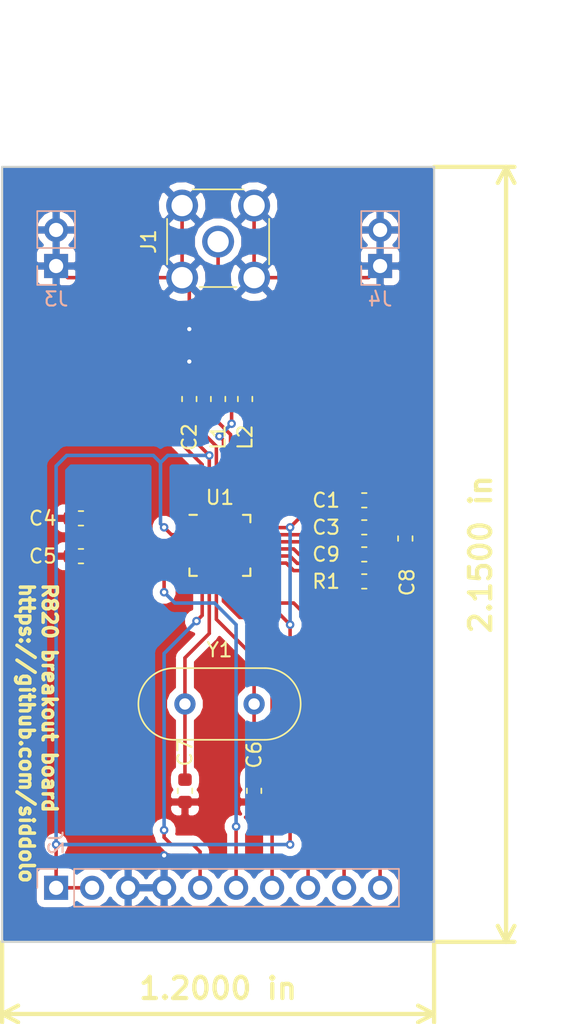
<source format=kicad_pcb>
(kicad_pcb (version 20171130) (host pcbnew 5.0.2-bee76a0~70~ubuntu18.04.1)

  (general
    (thickness 1.6)
    (drawings 7)
    (tracks 177)
    (zones 0)
    (modules 18)
    (nets 21)
  )

  (page A4)
  (title_block
    (title "R820 breakout board")
    (company https://github.com/siddolo)
  )

  (layers
    (0 F.Cu signal)
    (31 B.Cu signal)
    (32 B.Adhes user)
    (33 F.Adhes user)
    (34 B.Paste user)
    (35 F.Paste user)
    (36 B.SilkS user)
    (37 F.SilkS user)
    (38 B.Mask user)
    (39 F.Mask user)
    (40 Dwgs.User user)
    (41 Cmts.User user)
    (42 Eco1.User user)
    (43 Eco2.User user)
    (44 Edge.Cuts user)
    (45 Margin user)
    (46 B.CrtYd user)
    (47 F.CrtYd user)
    (48 B.Fab user hide)
    (49 F.Fab user hide)
  )

  (setup
    (last_trace_width 0.25)
    (trace_clearance 0.2)
    (zone_clearance 0.508)
    (zone_45_only no)
    (trace_min 0.2)
    (segment_width 0.2)
    (edge_width 0.15)
    (via_size 0.6)
    (via_drill 0.3)
    (via_min_size 0.4)
    (via_min_drill 0.3)
    (uvia_size 0.3)
    (uvia_drill 0.1)
    (uvias_allowed no)
    (uvia_min_size 0.2)
    (uvia_min_drill 0.1)
    (pcb_text_width 0.3)
    (pcb_text_size 1.5 1.5)
    (mod_edge_width 0.15)
    (mod_text_size 1 1)
    (mod_text_width 0.15)
    (pad_size 1.524 1.524)
    (pad_drill 0.762)
    (pad_to_mask_clearance 0.051)
    (solder_mask_min_width 0.25)
    (aux_axis_origin 0 0)
    (visible_elements FFFFFF7F)
    (pcbplotparams
      (layerselection 0x010fc_ffffffff)
      (usegerberextensions false)
      (usegerberattributes false)
      (usegerberadvancedattributes false)
      (creategerberjobfile false)
      (excludeedgelayer true)
      (linewidth 0.100000)
      (plotframeref false)
      (viasonmask false)
      (mode 1)
      (useauxorigin false)
      (hpglpennumber 1)
      (hpglpenspeed 20)
      (hpglpendiameter 15.000000)
      (psnegative false)
      (psa4output false)
      (plotreference true)
      (plotvalue true)
      (plotinvisibletext false)
      (padsonsilk false)
      (subtractmaskfromsilk false)
      (outputformat 1)
      (mirror false)
      (drillshape 1)
      (scaleselection 1)
      (outputdirectory ""))
  )

  (net 0 "")
  (net 1 GND)
  (net 2 VDD_3V)
  (net 3 "Net-(C3-Pad2)")
  (net 4 "Net-(C4-Pad1)")
  (net 5 "Net-(C6-Pad1)")
  (net 6 "Net-(C7-Pad1)")
  (net 7 "Net-(C8-Pad2)")
  (net 8 "Net-(C9-Pad2)")
  (net 9 "Net-(L1-Pad2)")
  (net 10 "Net-(L1-Pad1)")
  (net 11 "Net-(L2-Pad1)")
  (net 12 "Net-(L2-Pad2)")
  (net 13 T_SDA)
  (net 14 T_SCL)
  (net 15 T_IF_N)
  (net 16 T_IF_P)
  (net 17 T_IF_AGC)
  (net 18 T_RF_IN)
  (net 19 "Net-(C5-Pad2)")
  (net 20 T_CLK_Out)

  (net_class Default "This is the default net class."
    (clearance 0.2)
    (trace_width 0.25)
    (via_dia 0.6)
    (via_drill 0.3)
    (uvia_dia 0.3)
    (uvia_drill 0.1)
    (add_net GND)
    (add_net "Net-(C3-Pad2)")
    (add_net "Net-(C4-Pad1)")
    (add_net "Net-(C5-Pad2)")
    (add_net "Net-(C6-Pad1)")
    (add_net "Net-(C7-Pad1)")
    (add_net "Net-(C8-Pad2)")
    (add_net "Net-(C9-Pad2)")
    (add_net "Net-(L1-Pad1)")
    (add_net "Net-(L1-Pad2)")
    (add_net "Net-(L2-Pad1)")
    (add_net "Net-(L2-Pad2)")
    (add_net T_CLK_Out)
    (add_net T_IF_AGC)
    (add_net T_IF_N)
    (add_net T_IF_P)
    (add_net T_RF_IN)
    (add_net T_SCL)
    (add_net T_SDA)
    (add_net VDD_3V)
  )

  (module Connector_Coaxial:SMA_Molex_73251-2200_Horizontal (layer F.Cu) (tedit 5C07CA7C) (tstamp 5CF74772)
    (at 113.03 73.845)
    (descr https://www.molex.com/webdocs/datasheets/pdf/en-us/0732512200_RF_COAX_CONNECTORS.pdf)
    (tags "SMA THT Female Jack Horizontal")
    (path /5CE52A4C)
    (fp_text reference J1 (at -4.9 0 90) (layer F.SilkS)
      (effects (font (size 1 1) (thickness 0.15)))
    )
    (fp_text value Conn_Coaxial (at 0 5) (layer F.Fab)
      (effects (font (size 1 1) (thickness 0.15)))
    )
    (fp_line (start 4.4 4.16) (end -4.4 4.16) (layer F.CrtYd) (width 0.05))
    (fp_line (start 4.4 4.16) (end 4.4 -17) (layer F.CrtYd) (width 0.05))
    (fp_line (start -4.4 -17) (end -4.4 4.16) (layer F.CrtYd) (width 0.05))
    (fp_line (start -4.4 -17) (end 4.4 -17) (layer F.CrtYd) (width 0.05))
    (fp_line (start -3.5 -3.95) (end 3.5 -3.95) (layer F.Fab) (width 0.1))
    (fp_line (start -3.5 -3.95) (end -3.5 3.05) (layer F.Fab) (width 0.1))
    (fp_line (start -3.5 3.05) (end 3.5 3.05) (layer F.Fab) (width 0.1))
    (fp_line (start 3.5 -3.95) (end 3.5 3.05) (layer F.Fab) (width 0.1))
    (fp_line (start -3.6 -1.6) (end -3.6 1.6) (layer F.SilkS) (width 0.12))
    (fp_line (start 3.6 -1.6) (end 3.6 1.6) (layer F.SilkS) (width 0.12))
    (fp_line (start -1.3 3.2) (end 1.3 3.2) (layer F.SilkS) (width 0.12))
    (fp_line (start -1.8 -3.68) (end 1.8 -3.68) (layer F.SilkS) (width 0.12))
    (fp_text user %R (at 0 0) (layer F.Fab)
      (effects (font (size 1 1) (thickness 0.15)))
    )
    (fp_line (start -3 -16.5) (end 3 -16.5) (layer F.Fab) (width 0.1))
    (fp_line (start -3 -16.5) (end -3 -5.07) (layer F.Fab) (width 0.1))
    (fp_line (start 3 -16.5) (end 3 -5.07) (layer F.Fab) (width 0.1))
    (fp_line (start 3.9 -3.95) (end 3.9 -5.07) (layer F.Fab) (width 0.1))
    (fp_line (start 3.9 -5.07) (end -3.9 -5.07) (layer F.Fab) (width 0.1))
    (fp_line (start -3.9 -5.07) (end -3.9 -3.95) (layer F.Fab) (width 0.1))
    (fp_line (start -3.9 -3.95) (end 3.9 -3.95) (layer F.Fab) (width 0.1))
    (fp_line (start -3 -6) (end 3 -6.7) (layer F.Fab) (width 0.1))
    (fp_line (start -3 -7) (end 3 -7.7) (layer F.Fab) (width 0.1))
    (fp_line (start -3 -8) (end 3 -8.7) (layer F.Fab) (width 0.1))
    (fp_line (start -3 -9) (end 3 -9.7) (layer F.Fab) (width 0.1))
    (fp_line (start -3 -10) (end 3 -10.7) (layer F.Fab) (width 0.1))
    (fp_line (start -3 -11) (end 3 -11.7) (layer F.Fab) (width 0.1))
    (fp_line (start -3 -12) (end 3 -12.7) (layer F.Fab) (width 0.1))
    (fp_line (start -3 -13) (end 3 -13.7) (layer F.Fab) (width 0.1))
    (fp_line (start -3 -14) (end 3 -14.7) (layer F.Fab) (width 0.1))
    (pad 1 thru_hole circle (at 0 0) (size 2.25 2.25) (drill 1.5) (layers *.Cu *.Mask)
      (net 18 T_RF_IN))
    (pad 2 thru_hole circle (at 2.54 2.54 90) (size 2.25 2.25) (drill 1.5) (layers *.Cu *.Mask)
      (net 1 GND))
    (pad 2 thru_hole circle (at 2.54 -2.54) (size 2.25 2.25) (drill 1.5) (layers *.Cu *.Mask)
      (net 1 GND))
    (pad 2 thru_hole circle (at -2.54 -2.54) (size 2.25 2.25) (drill 1.5) (layers *.Cu *.Mask)
      (net 1 GND))
    (pad 2 thru_hole circle (at -2.54 2.54) (size 2.25 2.25) (drill 1.5) (layers *.Cu *.Mask)
      (net 1 GND))
    (model ${KISYS3DMOD}/Connector_Coaxial.3dshapes/SMA_Molex_73251-2200_Horizontal.wrl
      (at (xyz 0 0 0))
      (scale (xyz 1 1 1))
      (rotate (xyz 0 0 0))
    )
  )

  (module Sensor_Motion:InvenSense_QFN-24_4x4mm_P0.5mm (layer F.Cu) (tedit 5B5A6D8E) (tstamp 5CEB67E7)
    (at 113.157 95.25)
    (descr "24-Lead Plastic QFN (4mm x 4mm); Pitch 0.5mm; EP 2.7x2.6mm; for InvenSense motion sensors; keepout area marked (Package see: https://store.invensense.com/datasheets/invensense/MPU-6050_DataSheet_V3%204.pdf; See also https://www.invensense.com/wp-content/uploads/2015/02/InvenSense-MEMS-Handling.pdf)")
    (tags "QFN 0.5")
    (path /5CDEF36B)
    (attr smd)
    (fp_text reference U1 (at 0 -3.375) (layer F.SilkS)
      (effects (font (size 1 1) (thickness 0.15)))
    )
    (fp_text value R820T (at 0 3.375) (layer F.Fab)
      (effects (font (size 1 1) (thickness 0.15)))
    )
    (fp_text user %R (at 0 0) (layer F.Fab)
      (effects (font (size 1 1) (thickness 0.15)))
    )
    (fp_line (start -1 -2) (end 2 -2) (layer F.Fab) (width 0.15))
    (fp_line (start 2 -2) (end 2 2) (layer F.Fab) (width 0.15))
    (fp_line (start 2 2) (end -2 2) (layer F.Fab) (width 0.15))
    (fp_line (start -2 2) (end -2 -1) (layer F.Fab) (width 0.15))
    (fp_line (start -2 -1) (end -1 -2) (layer F.Fab) (width 0.15))
    (fp_line (start -2.65 -2.65) (end -2.65 2.65) (layer F.CrtYd) (width 0.05))
    (fp_line (start 2.65 -2.65) (end 2.65 2.65) (layer F.CrtYd) (width 0.05))
    (fp_line (start -2.65 -2.65) (end 2.65 -2.65) (layer F.CrtYd) (width 0.05))
    (fp_line (start -2.65 2.65) (end 2.65 2.65) (layer F.CrtYd) (width 0.05))
    (fp_line (start 2.15 -2.15) (end 2.15 -1.625) (layer F.SilkS) (width 0.15))
    (fp_line (start -2.15 2.15) (end -2.15 1.625) (layer F.SilkS) (width 0.15))
    (fp_line (start 2.15 2.15) (end 2.15 1.625) (layer F.SilkS) (width 0.15))
    (fp_line (start -2.15 -2.15) (end -1.625 -2.15) (layer F.SilkS) (width 0.15))
    (fp_line (start -2.15 2.15) (end -1.625 2.15) (layer F.SilkS) (width 0.15))
    (fp_line (start 2.15 2.15) (end 1.625 2.15) (layer F.SilkS) (width 0.15))
    (fp_line (start 2.15 -2.15) (end 1.625 -2.15) (layer F.SilkS) (width 0.15))
    (fp_line (start 1.375 1.325) (end 1.375 -1.325) (layer Dwgs.User) (width 0.05))
    (fp_line (start -1.375 1.325) (end -1.375 -1.325) (layer Dwgs.User) (width 0.05))
    (fp_line (start 1.375 -1.325) (end -1.375 -1.325) (layer Dwgs.User) (width 0.05))
    (fp_line (start 1.375 1.325) (end -1.375 1.325) (layer Dwgs.User) (width 0.05))
    (fp_line (start 1.375 0.825) (end 0.875 1.325) (layer Dwgs.User) (width 0.05))
    (fp_line (start 1.375 0.325) (end 0.375 1.325) (layer Dwgs.User) (width 0.05))
    (fp_line (start 1.375 -0.175) (end -0.125 1.325) (layer Dwgs.User) (width 0.05))
    (fp_line (start 1.375 -0.675) (end -0.625 1.325) (layer Dwgs.User) (width 0.05))
    (fp_line (start 1.375 -1.175) (end -1.125 1.325) (layer Dwgs.User) (width 0.05))
    (fp_line (start 1.025 -1.325) (end -1.375 1.075) (layer Dwgs.User) (width 0.05))
    (fp_line (start 0.525 -1.325) (end -1.375 0.575) (layer Dwgs.User) (width 0.05))
    (fp_line (start 0.025 -1.325) (end -1.375 0.075) (layer Dwgs.User) (width 0.05))
    (fp_line (start -0.475 -1.325) (end -1.375 -0.425) (layer Dwgs.User) (width 0.05))
    (fp_line (start -0.975 -1.325) (end -1.375 -0.925) (layer Dwgs.User) (width 0.05))
    (fp_text user KEEPOUT (at 0 -0.5) (layer Cmts.User)
      (effects (font (size 0.2 0.2) (thickness 0.04)))
    )
    (fp_text user "No Copper" (at 0 -0.1) (layer Cmts.User)
      (effects (font (size 0.2 0.2) (thickness 0.04)))
    )
    (fp_text user "Directly Below" (at 0 0.25) (layer Cmts.User)
      (effects (font (size 0.2 0.2) (thickness 0.04)))
    )
    (fp_text user Component (at 0 0.55) (layer Cmts.User)
      (effects (font (size 0.2 0.2) (thickness 0.04)))
    )
    (pad 1 smd roundrect (at -1.95 -1.25) (size 0.85 0.3) (layers F.Cu F.Paste F.Mask) (roundrect_rratio 0.25))
    (pad 2 smd roundrect (at -1.95 -0.75) (size 0.85 0.3) (layers F.Cu F.Paste F.Mask) (roundrect_rratio 0.25)
      (net 2 VDD_3V))
    (pad 3 smd roundrect (at -1.95 -0.25) (size 0.85 0.3) (layers F.Cu F.Paste F.Mask) (roundrect_rratio 0.25))
    (pad 4 smd roundrect (at -1.95 0.25) (size 0.85 0.3) (layers F.Cu F.Paste F.Mask) (roundrect_rratio 0.25)
      (net 4 "Net-(C4-Pad1)"))
    (pad 5 smd roundrect (at -1.95 0.75) (size 0.85 0.3) (layers F.Cu F.Paste F.Mask) (roundrect_rratio 0.25)
      (net 19 "Net-(C5-Pad2)"))
    (pad 6 smd roundrect (at -1.95 1.25) (size 0.85 0.3) (layers F.Cu F.Paste F.Mask) (roundrect_rratio 0.25)
      (net 14 T_SCL))
    (pad 7 smd roundrect (at -1.25 1.95 90) (size 0.85 0.3) (layers F.Cu F.Paste F.Mask) (roundrect_rratio 0.25)
      (net 13 T_SDA))
    (pad 8 smd roundrect (at -0.75 1.95 90) (size 0.85 0.3) (layers F.Cu F.Paste F.Mask) (roundrect_rratio 0.25)
      (net 6 "Net-(C7-Pad1)"))
    (pad 9 smd roundrect (at -0.25 1.95 90) (size 0.85 0.3) (layers F.Cu F.Paste F.Mask) (roundrect_rratio 0.25)
      (net 5 "Net-(C6-Pad1)"))
    (pad 10 smd roundrect (at 0.25 1.95 90) (size 0.85 0.3) (layers F.Cu F.Paste F.Mask) (roundrect_rratio 0.25)
      (net 20 T_CLK_Out))
    (pad 11 smd roundrect (at 0.75 1.95 90) (size 0.85 0.3) (layers F.Cu F.Paste F.Mask) (roundrect_rratio 0.25)
      (net 2 VDD_3V))
    (pad 12 smd roundrect (at 1.25 1.95 90) (size 0.85 0.3) (layers F.Cu F.Paste F.Mask) (roundrect_rratio 0.25)
      (net 15 T_IF_N))
    (pad 13 smd roundrect (at 1.95 1.25) (size 0.85 0.3) (layers F.Cu F.Paste F.Mask) (roundrect_rratio 0.25)
      (net 16 T_IF_P))
    (pad 14 smd roundrect (at 1.95 0.75) (size 0.85 0.3) (layers F.Cu F.Paste F.Mask) (roundrect_rratio 0.25)
      (net 17 T_IF_AGC))
    (pad 15 smd roundrect (at 1.95 0.25) (size 0.85 0.3) (layers F.Cu F.Paste F.Mask) (roundrect_rratio 0.25)
      (net 8 "Net-(C9-Pad2)"))
    (pad 16 smd roundrect (at 1.95 -0.25) (size 0.85 0.3) (layers F.Cu F.Paste F.Mask) (roundrect_rratio 0.25)
      (net 1 GND))
    (pad 17 smd roundrect (at 1.95 -0.75) (size 0.85 0.3) (layers F.Cu F.Paste F.Mask) (roundrect_rratio 0.25)
      (net 3 "Net-(C3-Pad2)"))
    (pad 18 smd roundrect (at 1.95 -1.25) (size 0.85 0.3) (layers F.Cu F.Paste F.Mask) (roundrect_rratio 0.25)
      (net 2 VDD_3V))
    (pad 19 smd roundrect (at 1.25 -1.95 90) (size 0.85 0.3) (layers F.Cu F.Paste F.Mask) (roundrect_rratio 0.25)
      (net 11 "Net-(L2-Pad1)"))
    (pad 20 smd roundrect (at 0.75 -1.95 90) (size 0.85 0.3) (layers F.Cu F.Paste F.Mask) (roundrect_rratio 0.25)
      (net 10 "Net-(L1-Pad1)"))
    (pad 21 smd roundrect (at 0.25 -1.95 90) (size 0.85 0.3) (layers F.Cu F.Paste F.Mask) (roundrect_rratio 0.25)
      (net 12 "Net-(L2-Pad2)"))
    (pad 22 smd roundrect (at -0.25 -1.95 90) (size 0.85 0.3) (layers F.Cu F.Paste F.Mask) (roundrect_rratio 0.25)
      (net 9 "Net-(L1-Pad2)"))
    (pad 23 smd roundrect (at -0.75 -1.95 90) (size 0.85 0.3) (layers F.Cu F.Paste F.Mask) (roundrect_rratio 0.25)
      (net 2 VDD_3V))
    (pad 24 smd roundrect (at -1.25 -1.95 90) (size 0.85 0.3) (layers F.Cu F.Paste F.Mask) (roundrect_rratio 0.25)
      (net 18 T_RF_IN))
    (model ${KISYS3DMOD}/Package_DFN_QFN.3dshapes/QFN-24-1EP_4x4mm_P0.5mm_EP2.7x2.6mm.wrl
      (at (xyz 0 0 0))
      (scale (xyz 1 1 1))
      (rotate (xyz 0 0 0))
    )
  )

  (module Connector_PinHeader_2.54mm:PinHeader_1x10_P2.54mm_Vertical (layer B.Cu) (tedit 59FED5CC) (tstamp 5CEB9B8C)
    (at 101.6 119.38 270)
    (descr "Through hole straight pin header, 1x10, 2.54mm pitch, single row")
    (tags "Through hole pin header THT 1x10 2.54mm single row")
    (path /5CE416C7)
    (fp_text reference J2 (at -3.175 0 270) (layer B.SilkS)
      (effects (font (size 1 1) (thickness 0.15)) (justify mirror))
    )
    (fp_text value Conn_01x10 (at 0 -25.19 270) (layer B.Fab)
      (effects (font (size 1 1) (thickness 0.15)) (justify mirror))
    )
    (fp_line (start -0.635 1.27) (end 1.27 1.27) (layer B.Fab) (width 0.1))
    (fp_line (start 1.27 1.27) (end 1.27 -24.13) (layer B.Fab) (width 0.1))
    (fp_line (start 1.27 -24.13) (end -1.27 -24.13) (layer B.Fab) (width 0.1))
    (fp_line (start -1.27 -24.13) (end -1.27 0.635) (layer B.Fab) (width 0.1))
    (fp_line (start -1.27 0.635) (end -0.635 1.27) (layer B.Fab) (width 0.1))
    (fp_line (start -1.33 -24.19) (end 1.33 -24.19) (layer B.SilkS) (width 0.12))
    (fp_line (start -1.33 -1.27) (end -1.33 -24.19) (layer B.SilkS) (width 0.12))
    (fp_line (start 1.33 -1.27) (end 1.33 -24.19) (layer B.SilkS) (width 0.12))
    (fp_line (start -1.33 -1.27) (end 1.33 -1.27) (layer B.SilkS) (width 0.12))
    (fp_line (start -1.33 0) (end -1.33 1.33) (layer B.SilkS) (width 0.12))
    (fp_line (start -1.33 1.33) (end 0 1.33) (layer B.SilkS) (width 0.12))
    (fp_line (start -1.8 1.8) (end -1.8 -24.65) (layer B.CrtYd) (width 0.05))
    (fp_line (start -1.8 -24.65) (end 1.8 -24.65) (layer B.CrtYd) (width 0.05))
    (fp_line (start 1.8 -24.65) (end 1.8 1.8) (layer B.CrtYd) (width 0.05))
    (fp_line (start 1.8 1.8) (end -1.8 1.8) (layer B.CrtYd) (width 0.05))
    (fp_text user %R (at 0 -11.43 180) (layer B.Fab)
      (effects (font (size 1 1) (thickness 0.15)) (justify mirror))
    )
    (pad 1 thru_hole rect (at 0 0 270) (size 1.7 1.7) (drill 1) (layers *.Cu *.Mask)
      (net 2 VDD_3V))
    (pad 2 thru_hole oval (at 0 -2.54 270) (size 1.7 1.7) (drill 1) (layers *.Cu *.Mask)
      (net 2 VDD_3V))
    (pad 3 thru_hole oval (at 0 -5.08 270) (size 1.7 1.7) (drill 1) (layers *.Cu *.Mask)
      (net 1 GND))
    (pad 4 thru_hole oval (at 0 -7.62 270) (size 1.7 1.7) (drill 1) (layers *.Cu *.Mask)
      (net 1 GND))
    (pad 5 thru_hole oval (at 0 -10.16 270) (size 1.7 1.7) (drill 1) (layers *.Cu *.Mask)
      (net 13 T_SDA))
    (pad 6 thru_hole oval (at 0 -12.7 270) (size 1.7 1.7) (drill 1) (layers *.Cu *.Mask)
      (net 14 T_SCL))
    (pad 7 thru_hole oval (at 0 -15.24 270) (size 1.7 1.7) (drill 1) (layers *.Cu *.Mask)
      (net 20 T_CLK_Out))
    (pad 8 thru_hole oval (at 0 -17.78 270) (size 1.7 1.7) (drill 1) (layers *.Cu *.Mask)
      (net 15 T_IF_N))
    (pad 9 thru_hole oval (at 0 -20.32 270) (size 1.7 1.7) (drill 1) (layers *.Cu *.Mask)
      (net 16 T_IF_P))
    (pad 10 thru_hole oval (at 0 -22.86 270) (size 1.7 1.7) (drill 1) (layers *.Cu *.Mask)
      (net 17 T_IF_AGC))
    (model ${KISYS3DMOD}/Connector_PinHeader_2.54mm.3dshapes/PinHeader_1x10_P2.54mm_Vertical.wrl
      (at (xyz 0 0 0))
      (scale (xyz 1 1 1))
      (rotate (xyz 0 0 0))
    )
  )

  (module Crystal:Crystal_HC49-4H_Vertical (layer F.Cu) (tedit 5A1AD3B7) (tstamp 5CEB9BA3)
    (at 115.57 106.426 180)
    (descr "Crystal THT HC-49-4H http://5hertz.com/pdfs/04404_D.pdf")
    (tags "THT crystalHC-49-4H")
    (path /5CE3BE84)
    (fp_text reference Y1 (at 2.44 3.81 180) (layer F.SilkS)
      (effects (font (size 1 1) (thickness 0.15)))
    )
    (fp_text value "16MHz CL=16pF" (at 2.44 3.525 180) (layer F.Fab)
      (effects (font (size 1 1) (thickness 0.15)))
    )
    (fp_text user %R (at 2.44 0 180) (layer F.Fab)
      (effects (font (size 1 1) (thickness 0.15)))
    )
    (fp_line (start -0.76 -2.325) (end 5.64 -2.325) (layer F.Fab) (width 0.1))
    (fp_line (start -0.76 2.325) (end 5.64 2.325) (layer F.Fab) (width 0.1))
    (fp_line (start -0.56 -2) (end 5.44 -2) (layer F.Fab) (width 0.1))
    (fp_line (start -0.56 2) (end 5.44 2) (layer F.Fab) (width 0.1))
    (fp_line (start -0.76 -2.525) (end 5.64 -2.525) (layer F.SilkS) (width 0.12))
    (fp_line (start -0.76 2.525) (end 5.64 2.525) (layer F.SilkS) (width 0.12))
    (fp_line (start -3.6 -2.8) (end -3.6 2.8) (layer F.CrtYd) (width 0.05))
    (fp_line (start -3.6 2.8) (end 8.5 2.8) (layer F.CrtYd) (width 0.05))
    (fp_line (start 8.5 2.8) (end 8.5 -2.8) (layer F.CrtYd) (width 0.05))
    (fp_line (start 8.5 -2.8) (end -3.6 -2.8) (layer F.CrtYd) (width 0.05))
    (fp_arc (start -0.76 0) (end -0.76 -2.325) (angle -180) (layer F.Fab) (width 0.1))
    (fp_arc (start 5.64 0) (end 5.64 -2.325) (angle 180) (layer F.Fab) (width 0.1))
    (fp_arc (start -0.56 0) (end -0.56 -2) (angle -180) (layer F.Fab) (width 0.1))
    (fp_arc (start 5.44 0) (end 5.44 -2) (angle 180) (layer F.Fab) (width 0.1))
    (fp_arc (start -0.76 0) (end -0.76 -2.525) (angle -180) (layer F.SilkS) (width 0.12))
    (fp_arc (start 5.64 0) (end 5.64 -2.525) (angle 180) (layer F.SilkS) (width 0.12))
    (pad 1 thru_hole circle (at 0 0 180) (size 1.5 1.5) (drill 0.8) (layers *.Cu *.Mask)
      (net 5 "Net-(C6-Pad1)"))
    (pad 2 thru_hole circle (at 4.88 0 180) (size 1.5 1.5) (drill 0.8) (layers *.Cu *.Mask)
      (net 6 "Net-(C7-Pad1)"))
    (model ${KISYS3DMOD}/Crystal.3dshapes/Crystal_HC49-4H_Vertical.wrl
      (at (xyz 0 0 0))
      (scale (xyz 1 1 1))
      (rotate (xyz 0 0 0))
    )
  )

  (module Connector_PinHeader_2.54mm:PinHeader_1x02_P2.54mm_Vertical (layer B.Cu) (tedit 59FED5CC) (tstamp 5CEBA2E7)
    (at 101.6 75.565)
    (descr "Through hole straight pin header, 1x02, 2.54mm pitch, single row")
    (tags "Through hole pin header THT 1x02 2.54mm single row")
    (path /5CE56C59)
    (fp_text reference J3 (at 0 2.33) (layer B.SilkS)
      (effects (font (size 1 1) (thickness 0.15)) (justify mirror))
    )
    (fp_text value Conn_01x02 (at 0 -4.87) (layer B.Fab)
      (effects (font (size 1 1) (thickness 0.15)) (justify mirror))
    )
    (fp_text user %R (at 0 -1.27 -90) (layer B.Fab)
      (effects (font (size 1 1) (thickness 0.15)) (justify mirror))
    )
    (fp_line (start 1.8 1.8) (end -1.8 1.8) (layer B.CrtYd) (width 0.05))
    (fp_line (start 1.8 -4.35) (end 1.8 1.8) (layer B.CrtYd) (width 0.05))
    (fp_line (start -1.8 -4.35) (end 1.8 -4.35) (layer B.CrtYd) (width 0.05))
    (fp_line (start -1.8 1.8) (end -1.8 -4.35) (layer B.CrtYd) (width 0.05))
    (fp_line (start -1.33 1.33) (end 0 1.33) (layer B.SilkS) (width 0.12))
    (fp_line (start -1.33 0) (end -1.33 1.33) (layer B.SilkS) (width 0.12))
    (fp_line (start -1.33 -1.27) (end 1.33 -1.27) (layer B.SilkS) (width 0.12))
    (fp_line (start 1.33 -1.27) (end 1.33 -3.87) (layer B.SilkS) (width 0.12))
    (fp_line (start -1.33 -1.27) (end -1.33 -3.87) (layer B.SilkS) (width 0.12))
    (fp_line (start -1.33 -3.87) (end 1.33 -3.87) (layer B.SilkS) (width 0.12))
    (fp_line (start -1.27 0.635) (end -0.635 1.27) (layer B.Fab) (width 0.1))
    (fp_line (start -1.27 -3.81) (end -1.27 0.635) (layer B.Fab) (width 0.1))
    (fp_line (start 1.27 -3.81) (end -1.27 -3.81) (layer B.Fab) (width 0.1))
    (fp_line (start 1.27 1.27) (end 1.27 -3.81) (layer B.Fab) (width 0.1))
    (fp_line (start -0.635 1.27) (end 1.27 1.27) (layer B.Fab) (width 0.1))
    (pad 2 thru_hole oval (at 0 -2.54) (size 1.7 1.7) (drill 1) (layers *.Cu *.Mask)
      (net 1 GND))
    (pad 1 thru_hole rect (at 0 0) (size 1.7 1.7) (drill 1) (layers *.Cu *.Mask)
      (net 1 GND))
    (model ${KISYS3DMOD}/Connector_PinHeader_2.54mm.3dshapes/PinHeader_1x02_P2.54mm_Vertical.wrl
      (at (xyz 0 0 0))
      (scale (xyz 1 1 1))
      (rotate (xyz 0 0 0))
    )
  )

  (module Connector_PinHeader_2.54mm:PinHeader_1x02_P2.54mm_Vertical (layer B.Cu) (tedit 59FED5CC) (tstamp 5CEBA2FD)
    (at 124.46 75.565)
    (descr "Through hole straight pin header, 1x02, 2.54mm pitch, single row")
    (tags "Through hole pin header THT 1x02 2.54mm single row")
    (path /5CE56D37)
    (fp_text reference J4 (at 0 2.33) (layer B.SilkS)
      (effects (font (size 1 1) (thickness 0.15)) (justify mirror))
    )
    (fp_text value Conn_01x02 (at 0 -4.87) (layer B.Fab)
      (effects (font (size 1 1) (thickness 0.15)) (justify mirror))
    )
    (fp_line (start -0.635 1.27) (end 1.27 1.27) (layer B.Fab) (width 0.1))
    (fp_line (start 1.27 1.27) (end 1.27 -3.81) (layer B.Fab) (width 0.1))
    (fp_line (start 1.27 -3.81) (end -1.27 -3.81) (layer B.Fab) (width 0.1))
    (fp_line (start -1.27 -3.81) (end -1.27 0.635) (layer B.Fab) (width 0.1))
    (fp_line (start -1.27 0.635) (end -0.635 1.27) (layer B.Fab) (width 0.1))
    (fp_line (start -1.33 -3.87) (end 1.33 -3.87) (layer B.SilkS) (width 0.12))
    (fp_line (start -1.33 -1.27) (end -1.33 -3.87) (layer B.SilkS) (width 0.12))
    (fp_line (start 1.33 -1.27) (end 1.33 -3.87) (layer B.SilkS) (width 0.12))
    (fp_line (start -1.33 -1.27) (end 1.33 -1.27) (layer B.SilkS) (width 0.12))
    (fp_line (start -1.33 0) (end -1.33 1.33) (layer B.SilkS) (width 0.12))
    (fp_line (start -1.33 1.33) (end 0 1.33) (layer B.SilkS) (width 0.12))
    (fp_line (start -1.8 1.8) (end -1.8 -4.35) (layer B.CrtYd) (width 0.05))
    (fp_line (start -1.8 -4.35) (end 1.8 -4.35) (layer B.CrtYd) (width 0.05))
    (fp_line (start 1.8 -4.35) (end 1.8 1.8) (layer B.CrtYd) (width 0.05))
    (fp_line (start 1.8 1.8) (end -1.8 1.8) (layer B.CrtYd) (width 0.05))
    (fp_text user %R (at 0 -1.27 -90) (layer B.Fab)
      (effects (font (size 1 1) (thickness 0.15)) (justify mirror))
    )
    (pad 1 thru_hole rect (at 0 0) (size 1.7 1.7) (drill 1) (layers *.Cu *.Mask)
      (net 1 GND))
    (pad 2 thru_hole oval (at 0 -2.54) (size 1.7 1.7) (drill 1) (layers *.Cu *.Mask)
      (net 1 GND))
    (model ${KISYS3DMOD}/Connector_PinHeader_2.54mm.3dshapes/PinHeader_1x02_P2.54mm_Vertical.wrl
      (at (xyz 0 0 0))
      (scale (xyz 1 1 1))
      (rotate (xyz 0 0 0))
    )
  )

  (module Capacitor_SMD:C_0603_1608Metric (layer F.Cu) (tedit 5B301BBE) (tstamp 5CEBCE69)
    (at 123.3425 92.075 180)
    (descr "Capacitor SMD 0603 (1608 Metric), square (rectangular) end terminal, IPC_7351 nominal, (Body size source: http://www.tortai-tech.com/upload/download/2011102023233369053.pdf), generated with kicad-footprint-generator")
    (tags capacitor)
    (path /5CE150EA)
    (attr smd)
    (fp_text reference C1 (at 2.6925 0 180) (layer F.SilkS)
      (effects (font (size 1 1) (thickness 0.15)))
    )
    (fp_text value 100nF (at 0 1.43 180) (layer F.Fab)
      (effects (font (size 1 1) (thickness 0.15)))
    )
    (fp_line (start -0.8 0.4) (end -0.8 -0.4) (layer F.Fab) (width 0.1))
    (fp_line (start -0.8 -0.4) (end 0.8 -0.4) (layer F.Fab) (width 0.1))
    (fp_line (start 0.8 -0.4) (end 0.8 0.4) (layer F.Fab) (width 0.1))
    (fp_line (start 0.8 0.4) (end -0.8 0.4) (layer F.Fab) (width 0.1))
    (fp_line (start -0.162779 -0.51) (end 0.162779 -0.51) (layer F.SilkS) (width 0.12))
    (fp_line (start -0.162779 0.51) (end 0.162779 0.51) (layer F.SilkS) (width 0.12))
    (fp_line (start -1.48 0.73) (end -1.48 -0.73) (layer F.CrtYd) (width 0.05))
    (fp_line (start -1.48 -0.73) (end 1.48 -0.73) (layer F.CrtYd) (width 0.05))
    (fp_line (start 1.48 -0.73) (end 1.48 0.73) (layer F.CrtYd) (width 0.05))
    (fp_line (start 1.48 0.73) (end -1.48 0.73) (layer F.CrtYd) (width 0.05))
    (fp_text user %R (at 0 0 180) (layer F.Fab)
      (effects (font (size 0.4 0.4) (thickness 0.06)))
    )
    (pad 1 smd roundrect (at -0.7875 0 180) (size 0.875 0.95) (layers F.Cu F.Paste F.Mask) (roundrect_rratio 0.25)
      (net 1 GND))
    (pad 2 smd roundrect (at 0.7875 0 180) (size 0.875 0.95) (layers F.Cu F.Paste F.Mask) (roundrect_rratio 0.25)
      (net 2 VDD_3V))
    (model ${KISYS3DMOD}/Capacitor_SMD.3dshapes/C_0603_1608Metric.wrl
      (at (xyz 0 0 0))
      (scale (xyz 1 1 1))
      (rotate (xyz 0 0 0))
    )
  )

  (module Capacitor_SMD:C_0603_1608Metric (layer F.Cu) (tedit 5B301BBE) (tstamp 5CEBB958)
    (at 110.998 84.9375 270)
    (descr "Capacitor SMD 0603 (1608 Metric), square (rectangular) end terminal, IPC_7351 nominal, (Body size source: http://www.tortai-tech.com/upload/download/2011102023233369053.pdf), generated with kicad-footprint-generator")
    (tags capacitor)
    (path /5CE0C345)
    (attr smd)
    (fp_text reference C2 (at 2.6925 0 270) (layer F.SilkS)
      (effects (font (size 1 1) (thickness 0.15)))
    )
    (fp_text value 10nF (at 0 1.43 270) (layer F.Fab)
      (effects (font (size 1 1) (thickness 0.15)))
    )
    (fp_text user %R (at 0 0 270) (layer F.Fab)
      (effects (font (size 0.4 0.4) (thickness 0.06)))
    )
    (fp_line (start 1.48 0.73) (end -1.48 0.73) (layer F.CrtYd) (width 0.05))
    (fp_line (start 1.48 -0.73) (end 1.48 0.73) (layer F.CrtYd) (width 0.05))
    (fp_line (start -1.48 -0.73) (end 1.48 -0.73) (layer F.CrtYd) (width 0.05))
    (fp_line (start -1.48 0.73) (end -1.48 -0.73) (layer F.CrtYd) (width 0.05))
    (fp_line (start -0.162779 0.51) (end 0.162779 0.51) (layer F.SilkS) (width 0.12))
    (fp_line (start -0.162779 -0.51) (end 0.162779 -0.51) (layer F.SilkS) (width 0.12))
    (fp_line (start 0.8 0.4) (end -0.8 0.4) (layer F.Fab) (width 0.1))
    (fp_line (start 0.8 -0.4) (end 0.8 0.4) (layer F.Fab) (width 0.1))
    (fp_line (start -0.8 -0.4) (end 0.8 -0.4) (layer F.Fab) (width 0.1))
    (fp_line (start -0.8 0.4) (end -0.8 -0.4) (layer F.Fab) (width 0.1))
    (pad 2 smd roundrect (at 0.7875 0 270) (size 0.875 0.95) (layers F.Cu F.Paste F.Mask) (roundrect_rratio 0.25)
      (net 2 VDD_3V))
    (pad 1 smd roundrect (at -0.7875 0 270) (size 0.875 0.95) (layers F.Cu F.Paste F.Mask) (roundrect_rratio 0.25)
      (net 1 GND))
    (model ${KISYS3DMOD}/Capacitor_SMD.3dshapes/C_0603_1608Metric.wrl
      (at (xyz 0 0 0))
      (scale (xyz 1 1 1))
      (rotate (xyz 0 0 0))
    )
  )

  (module Capacitor_SMD:C_0603_1608Metric (layer F.Cu) (tedit 5B301BBE) (tstamp 5CEBB968)
    (at 123.3425 93.98 180)
    (descr "Capacitor SMD 0603 (1608 Metric), square (rectangular) end terminal, IPC_7351 nominal, (Body size source: http://www.tortai-tech.com/upload/download/2011102023233369053.pdf), generated with kicad-footprint-generator")
    (tags capacitor)
    (path /5CE0C2BA)
    (attr smd)
    (fp_text reference C3 (at 2.6925 0 180) (layer F.SilkS)
      (effects (font (size 1 1) (thickness 0.15)))
    )
    (fp_text value 100nF (at 0 1.43 180) (layer F.Fab)
      (effects (font (size 1 1) (thickness 0.15)))
    )
    (fp_line (start -0.8 0.4) (end -0.8 -0.4) (layer F.Fab) (width 0.1))
    (fp_line (start -0.8 -0.4) (end 0.8 -0.4) (layer F.Fab) (width 0.1))
    (fp_line (start 0.8 -0.4) (end 0.8 0.4) (layer F.Fab) (width 0.1))
    (fp_line (start 0.8 0.4) (end -0.8 0.4) (layer F.Fab) (width 0.1))
    (fp_line (start -0.162779 -0.51) (end 0.162779 -0.51) (layer F.SilkS) (width 0.12))
    (fp_line (start -0.162779 0.51) (end 0.162779 0.51) (layer F.SilkS) (width 0.12))
    (fp_line (start -1.48 0.73) (end -1.48 -0.73) (layer F.CrtYd) (width 0.05))
    (fp_line (start -1.48 -0.73) (end 1.48 -0.73) (layer F.CrtYd) (width 0.05))
    (fp_line (start 1.48 -0.73) (end 1.48 0.73) (layer F.CrtYd) (width 0.05))
    (fp_line (start 1.48 0.73) (end -1.48 0.73) (layer F.CrtYd) (width 0.05))
    (fp_text user %R (at 0 0 180) (layer F.Fab)
      (effects (font (size 0.4 0.4) (thickness 0.06)))
    )
    (pad 1 smd roundrect (at -0.7875 0 180) (size 0.875 0.95) (layers F.Cu F.Paste F.Mask) (roundrect_rratio 0.25)
      (net 1 GND))
    (pad 2 smd roundrect (at 0.7875 0 180) (size 0.875 0.95) (layers F.Cu F.Paste F.Mask) (roundrect_rratio 0.25)
      (net 3 "Net-(C3-Pad2)"))
    (model ${KISYS3DMOD}/Capacitor_SMD.3dshapes/C_0603_1608Metric.wrl
      (at (xyz 0 0 0))
      (scale (xyz 1 1 1))
      (rotate (xyz 0 0 0))
    )
  )

  (module Capacitor_SMD:C_0603_1608Metric (layer F.Cu) (tedit 5B301BBE) (tstamp 5CEBB978)
    (at 103.3525 93.345 180)
    (descr "Capacitor SMD 0603 (1608 Metric), square (rectangular) end terminal, IPC_7351 nominal, (Body size source: http://www.tortai-tech.com/upload/download/2011102023233369053.pdf), generated with kicad-footprint-generator")
    (tags capacitor)
    (path /5CDEF4C6)
    (attr smd)
    (fp_text reference C4 (at 2.6925 0 180) (layer F.SilkS)
      (effects (font (size 1 1) (thickness 0.15)))
    )
    (fp_text value 1uF (at 0 1.43 180) (layer F.Fab)
      (effects (font (size 1 1) (thickness 0.15)))
    )
    (fp_text user %R (at 0 0 180) (layer F.Fab)
      (effects (font (size 0.4 0.4) (thickness 0.06)))
    )
    (fp_line (start 1.48 0.73) (end -1.48 0.73) (layer F.CrtYd) (width 0.05))
    (fp_line (start 1.48 -0.73) (end 1.48 0.73) (layer F.CrtYd) (width 0.05))
    (fp_line (start -1.48 -0.73) (end 1.48 -0.73) (layer F.CrtYd) (width 0.05))
    (fp_line (start -1.48 0.73) (end -1.48 -0.73) (layer F.CrtYd) (width 0.05))
    (fp_line (start -0.162779 0.51) (end 0.162779 0.51) (layer F.SilkS) (width 0.12))
    (fp_line (start -0.162779 -0.51) (end 0.162779 -0.51) (layer F.SilkS) (width 0.12))
    (fp_line (start 0.8 0.4) (end -0.8 0.4) (layer F.Fab) (width 0.1))
    (fp_line (start 0.8 -0.4) (end 0.8 0.4) (layer F.Fab) (width 0.1))
    (fp_line (start -0.8 -0.4) (end 0.8 -0.4) (layer F.Fab) (width 0.1))
    (fp_line (start -0.8 0.4) (end -0.8 -0.4) (layer F.Fab) (width 0.1))
    (pad 2 smd roundrect (at 0.7875 0 180) (size 0.875 0.95) (layers F.Cu F.Paste F.Mask) (roundrect_rratio 0.25)
      (net 1 GND))
    (pad 1 smd roundrect (at -0.7875 0 180) (size 0.875 0.95) (layers F.Cu F.Paste F.Mask) (roundrect_rratio 0.25)
      (net 4 "Net-(C4-Pad1)"))
    (model ${KISYS3DMOD}/Capacitor_SMD.3dshapes/C_0603_1608Metric.wrl
      (at (xyz 0 0 0))
      (scale (xyz 1 1 1))
      (rotate (xyz 0 0 0))
    )
  )

  (module Capacitor_SMD:C_0603_1608Metric (layer F.Cu) (tedit 5B301BBE) (tstamp 5CEBB988)
    (at 103.3525 96.012)
    (descr "Capacitor SMD 0603 (1608 Metric), square (rectangular) end terminal, IPC_7351 nominal, (Body size source: http://www.tortai-tech.com/upload/download/2011102023233369053.pdf), generated with kicad-footprint-generator")
    (tags capacitor)
    (path /5CDEF46F)
    (attr smd)
    (fp_text reference C5 (at -2.6925 0) (layer F.SilkS)
      (effects (font (size 1 1) (thickness 0.15)))
    )
    (fp_text value 100nF (at 0 1.43) (layer F.Fab)
      (effects (font (size 1 1) (thickness 0.15)))
    )
    (fp_line (start -0.8 0.4) (end -0.8 -0.4) (layer F.Fab) (width 0.1))
    (fp_line (start -0.8 -0.4) (end 0.8 -0.4) (layer F.Fab) (width 0.1))
    (fp_line (start 0.8 -0.4) (end 0.8 0.4) (layer F.Fab) (width 0.1))
    (fp_line (start 0.8 0.4) (end -0.8 0.4) (layer F.Fab) (width 0.1))
    (fp_line (start -0.162779 -0.51) (end 0.162779 -0.51) (layer F.SilkS) (width 0.12))
    (fp_line (start -0.162779 0.51) (end 0.162779 0.51) (layer F.SilkS) (width 0.12))
    (fp_line (start -1.48 0.73) (end -1.48 -0.73) (layer F.CrtYd) (width 0.05))
    (fp_line (start -1.48 -0.73) (end 1.48 -0.73) (layer F.CrtYd) (width 0.05))
    (fp_line (start 1.48 -0.73) (end 1.48 0.73) (layer F.CrtYd) (width 0.05))
    (fp_line (start 1.48 0.73) (end -1.48 0.73) (layer F.CrtYd) (width 0.05))
    (fp_text user %R (at 0 0) (layer F.Fab)
      (effects (font (size 0.4 0.4) (thickness 0.06)))
    )
    (pad 1 smd roundrect (at -0.7875 0) (size 0.875 0.95) (layers F.Cu F.Paste F.Mask) (roundrect_rratio 0.25)
      (net 1 GND))
    (pad 2 smd roundrect (at 0.7875 0) (size 0.875 0.95) (layers F.Cu F.Paste F.Mask) (roundrect_rratio 0.25)
      (net 19 "Net-(C5-Pad2)"))
    (model ${KISYS3DMOD}/Capacitor_SMD.3dshapes/C_0603_1608Metric.wrl
      (at (xyz 0 0 0))
      (scale (xyz 1 1 1))
      (rotate (xyz 0 0 0))
    )
  )

  (module Capacitor_SMD:C_0603_1608Metric (layer F.Cu) (tedit 5B301BBE) (tstamp 5CEBB998)
    (at 115.57 112.5475 270)
    (descr "Capacitor SMD 0603 (1608 Metric), square (rectangular) end terminal, IPC_7351 nominal, (Body size source: http://www.tortai-tech.com/upload/download/2011102023233369053.pdf), generated with kicad-footprint-generator")
    (tags capacitor)
    (path /5CDEF8DA)
    (attr smd)
    (fp_text reference C6 (at -2.54 0 270) (layer F.SilkS)
      (effects (font (size 1 1) (thickness 0.15)))
    )
    (fp_text value 27pF (at 0 1.43 270) (layer F.Fab)
      (effects (font (size 1 1) (thickness 0.15)))
    )
    (fp_line (start -0.8 0.4) (end -0.8 -0.4) (layer F.Fab) (width 0.1))
    (fp_line (start -0.8 -0.4) (end 0.8 -0.4) (layer F.Fab) (width 0.1))
    (fp_line (start 0.8 -0.4) (end 0.8 0.4) (layer F.Fab) (width 0.1))
    (fp_line (start 0.8 0.4) (end -0.8 0.4) (layer F.Fab) (width 0.1))
    (fp_line (start -0.162779 -0.51) (end 0.162779 -0.51) (layer F.SilkS) (width 0.12))
    (fp_line (start -0.162779 0.51) (end 0.162779 0.51) (layer F.SilkS) (width 0.12))
    (fp_line (start -1.48 0.73) (end -1.48 -0.73) (layer F.CrtYd) (width 0.05))
    (fp_line (start -1.48 -0.73) (end 1.48 -0.73) (layer F.CrtYd) (width 0.05))
    (fp_line (start 1.48 -0.73) (end 1.48 0.73) (layer F.CrtYd) (width 0.05))
    (fp_line (start 1.48 0.73) (end -1.48 0.73) (layer F.CrtYd) (width 0.05))
    (fp_text user %R (at 0 0 270) (layer F.Fab)
      (effects (font (size 0.4 0.4) (thickness 0.06)))
    )
    (pad 1 smd roundrect (at -0.7875 0 270) (size 0.875 0.95) (layers F.Cu F.Paste F.Mask) (roundrect_rratio 0.25)
      (net 5 "Net-(C6-Pad1)"))
    (pad 2 smd roundrect (at 0.7875 0 270) (size 0.875 0.95) (layers F.Cu F.Paste F.Mask) (roundrect_rratio 0.25)
      (net 1 GND))
    (model ${KISYS3DMOD}/Capacitor_SMD.3dshapes/C_0603_1608Metric.wrl
      (at (xyz 0 0 0))
      (scale (xyz 1 1 1))
      (rotate (xyz 0 0 0))
    )
  )

  (module Capacitor_SMD:C_0603_1608Metric (layer F.Cu) (tedit 5B301BBE) (tstamp 5CEBCCE7)
    (at 110.6932 112.5475 270)
    (descr "Capacitor SMD 0603 (1608 Metric), square (rectangular) end terminal, IPC_7351 nominal, (Body size source: http://www.tortai-tech.com/upload/download/2011102023233369053.pdf), generated with kicad-footprint-generator")
    (tags capacitor)
    (path /5CDEF920)
    (attr smd)
    (fp_text reference C7 (at -2.6925 0 270) (layer F.SilkS)
      (effects (font (size 1 1) (thickness 0.15)))
    )
    (fp_text value 27pF (at 0 1.43 270) (layer F.Fab)
      (effects (font (size 1 1) (thickness 0.15)))
    )
    (fp_text user %R (at 0 0 270) (layer F.Fab)
      (effects (font (size 0.4 0.4) (thickness 0.06)))
    )
    (fp_line (start 1.48 0.73) (end -1.48 0.73) (layer F.CrtYd) (width 0.05))
    (fp_line (start 1.48 -0.73) (end 1.48 0.73) (layer F.CrtYd) (width 0.05))
    (fp_line (start -1.48 -0.73) (end 1.48 -0.73) (layer F.CrtYd) (width 0.05))
    (fp_line (start -1.48 0.73) (end -1.48 -0.73) (layer F.CrtYd) (width 0.05))
    (fp_line (start -0.162779 0.51) (end 0.162779 0.51) (layer F.SilkS) (width 0.12))
    (fp_line (start -0.162779 -0.51) (end 0.162779 -0.51) (layer F.SilkS) (width 0.12))
    (fp_line (start 0.8 0.4) (end -0.8 0.4) (layer F.Fab) (width 0.1))
    (fp_line (start 0.8 -0.4) (end 0.8 0.4) (layer F.Fab) (width 0.1))
    (fp_line (start -0.8 -0.4) (end 0.8 -0.4) (layer F.Fab) (width 0.1))
    (fp_line (start -0.8 0.4) (end -0.8 -0.4) (layer F.Fab) (width 0.1))
    (pad 2 smd roundrect (at 0.7875 0 270) (size 0.875 0.95) (layers F.Cu F.Paste F.Mask) (roundrect_rratio 0.25)
      (net 1 GND))
    (pad 1 smd roundrect (at -0.7875 0 270) (size 0.875 0.95) (layers F.Cu F.Paste F.Mask) (roundrect_rratio 0.25)
      (net 6 "Net-(C7-Pad1)"))
    (model ${KISYS3DMOD}/Capacitor_SMD.3dshapes/C_0603_1608Metric.wrl
      (at (xyz 0 0 0))
      (scale (xyz 1 1 1))
      (rotate (xyz 0 0 0))
    )
  )

  (module Capacitor_SMD:C_0603_1608Metric (layer F.Cu) (tedit 5B301BBE) (tstamp 5CEBB9B8)
    (at 126.238 94.7675 270)
    (descr "Capacitor SMD 0603 (1608 Metric), square (rectangular) end terminal, IPC_7351 nominal, (Body size source: http://www.tortai-tech.com/upload/download/2011102023233369053.pdf), generated with kicad-footprint-generator")
    (tags capacitor)
    (path /5CDF86FE)
    (attr smd)
    (fp_text reference C8 (at 3.086 -0.127 270) (layer F.SilkS)
      (effects (font (size 1 1) (thickness 0.15)))
    )
    (fp_text value 6.8nF (at 0 1.43 270) (layer F.Fab)
      (effects (font (size 1 1) (thickness 0.15)))
    )
    (fp_line (start -0.8 0.4) (end -0.8 -0.4) (layer F.Fab) (width 0.1))
    (fp_line (start -0.8 -0.4) (end 0.8 -0.4) (layer F.Fab) (width 0.1))
    (fp_line (start 0.8 -0.4) (end 0.8 0.4) (layer F.Fab) (width 0.1))
    (fp_line (start 0.8 0.4) (end -0.8 0.4) (layer F.Fab) (width 0.1))
    (fp_line (start -0.162779 -0.51) (end 0.162779 -0.51) (layer F.SilkS) (width 0.12))
    (fp_line (start -0.162779 0.51) (end 0.162779 0.51) (layer F.SilkS) (width 0.12))
    (fp_line (start -1.48 0.73) (end -1.48 -0.73) (layer F.CrtYd) (width 0.05))
    (fp_line (start -1.48 -0.73) (end 1.48 -0.73) (layer F.CrtYd) (width 0.05))
    (fp_line (start 1.48 -0.73) (end 1.48 0.73) (layer F.CrtYd) (width 0.05))
    (fp_line (start 1.48 0.73) (end -1.48 0.73) (layer F.CrtYd) (width 0.05))
    (fp_text user %R (at 0 0 270) (layer F.Fab)
      (effects (font (size 0.4 0.4) (thickness 0.06)))
    )
    (pad 1 smd roundrect (at -0.7875 0 270) (size 0.875 0.95) (layers F.Cu F.Paste F.Mask) (roundrect_rratio 0.25)
      (net 1 GND))
    (pad 2 smd roundrect (at 0.7875 0 270) (size 0.875 0.95) (layers F.Cu F.Paste F.Mask) (roundrect_rratio 0.25)
      (net 7 "Net-(C8-Pad2)"))
    (model ${KISYS3DMOD}/Capacitor_SMD.3dshapes/C_0603_1608Metric.wrl
      (at (xyz 0 0 0))
      (scale (xyz 1 1 1))
      (rotate (xyz 0 0 0))
    )
  )

  (module Capacitor_SMD:C_0603_1608Metric (layer F.Cu) (tedit 5B301BBE) (tstamp 5CEBB9C8)
    (at 123.3425 95.885 180)
    (descr "Capacitor SMD 0603 (1608 Metric), square (rectangular) end terminal, IPC_7351 nominal, (Body size source: http://www.tortai-tech.com/upload/download/2011102023233369053.pdf), generated with kicad-footprint-generator")
    (tags capacitor)
    (path /5CDF73BF)
    (attr smd)
    (fp_text reference C9 (at 2.6925 0 180) (layer F.SilkS)
      (effects (font (size 1 1) (thickness 0.15)))
    )
    (fp_text value 300pF (at 0 1.43 180) (layer F.Fab)
      (effects (font (size 1 1) (thickness 0.15)))
    )
    (fp_text user %R (at 0 0 180) (layer F.Fab)
      (effects (font (size 0.4 0.4) (thickness 0.06)))
    )
    (fp_line (start 1.48 0.73) (end -1.48 0.73) (layer F.CrtYd) (width 0.05))
    (fp_line (start 1.48 -0.73) (end 1.48 0.73) (layer F.CrtYd) (width 0.05))
    (fp_line (start -1.48 -0.73) (end 1.48 -0.73) (layer F.CrtYd) (width 0.05))
    (fp_line (start -1.48 0.73) (end -1.48 -0.73) (layer F.CrtYd) (width 0.05))
    (fp_line (start -0.162779 0.51) (end 0.162779 0.51) (layer F.SilkS) (width 0.12))
    (fp_line (start -0.162779 -0.51) (end 0.162779 -0.51) (layer F.SilkS) (width 0.12))
    (fp_line (start 0.8 0.4) (end -0.8 0.4) (layer F.Fab) (width 0.1))
    (fp_line (start 0.8 -0.4) (end 0.8 0.4) (layer F.Fab) (width 0.1))
    (fp_line (start -0.8 -0.4) (end 0.8 -0.4) (layer F.Fab) (width 0.1))
    (fp_line (start -0.8 0.4) (end -0.8 -0.4) (layer F.Fab) (width 0.1))
    (pad 2 smd roundrect (at 0.7875 0 180) (size 0.875 0.95) (layers F.Cu F.Paste F.Mask) (roundrect_rratio 0.25)
      (net 8 "Net-(C9-Pad2)"))
    (pad 1 smd roundrect (at -0.7875 0 180) (size 0.875 0.95) (layers F.Cu F.Paste F.Mask) (roundrect_rratio 0.25)
      (net 1 GND))
    (model ${KISYS3DMOD}/Capacitor_SMD.3dshapes/C_0603_1608Metric.wrl
      (at (xyz 0 0 0))
      (scale (xyz 1 1 1))
      (rotate (xyz 0 0 0))
    )
  )

  (module Inductor_SMD:L_0603_1608Metric (layer F.Cu) (tedit 5B301BBE) (tstamp 5CEBB9D8)
    (at 113.03 84.9375 90)
    (descr "Inductor SMD 0603 (1608 Metric), square (rectangular) end terminal, IPC_7351 nominal, (Body size source: http://www.tortai-tech.com/upload/download/2011102023233369053.pdf), generated with kicad-footprint-generator")
    (tags inductor)
    (path /5CE06D89)
    (attr smd)
    (fp_text reference L1 (at -2.6925 0 90) (layer F.SilkS)
      (effects (font (size 1 1) (thickness 0.15)))
    )
    (fp_text value 150nH (at 0 1.43 90) (layer F.Fab)
      (effects (font (size 1 1) (thickness 0.15)))
    )
    (fp_line (start -0.8 0.4) (end -0.8 -0.4) (layer F.Fab) (width 0.1))
    (fp_line (start -0.8 -0.4) (end 0.8 -0.4) (layer F.Fab) (width 0.1))
    (fp_line (start 0.8 -0.4) (end 0.8 0.4) (layer F.Fab) (width 0.1))
    (fp_line (start 0.8 0.4) (end -0.8 0.4) (layer F.Fab) (width 0.1))
    (fp_line (start -0.162779 -0.51) (end 0.162779 -0.51) (layer F.SilkS) (width 0.12))
    (fp_line (start -0.162779 0.51) (end 0.162779 0.51) (layer F.SilkS) (width 0.12))
    (fp_line (start -1.48 0.73) (end -1.48 -0.73) (layer F.CrtYd) (width 0.05))
    (fp_line (start -1.48 -0.73) (end 1.48 -0.73) (layer F.CrtYd) (width 0.05))
    (fp_line (start 1.48 -0.73) (end 1.48 0.73) (layer F.CrtYd) (width 0.05))
    (fp_line (start 1.48 0.73) (end -1.48 0.73) (layer F.CrtYd) (width 0.05))
    (fp_text user %R (at 0 0 90) (layer F.Fab)
      (effects (font (size 0.4 0.4) (thickness 0.06)))
    )
    (pad 1 smd roundrect (at -0.7875 0 90) (size 0.875 0.95) (layers F.Cu F.Paste F.Mask) (roundrect_rratio 0.25)
      (net 10 "Net-(L1-Pad1)"))
    (pad 2 smd roundrect (at 0.7875 0 90) (size 0.875 0.95) (layers F.Cu F.Paste F.Mask) (roundrect_rratio 0.25)
      (net 9 "Net-(L1-Pad2)"))
    (model ${KISYS3DMOD}/Inductor_SMD.3dshapes/L_0603_1608Metric.wrl
      (at (xyz 0 0 0))
      (scale (xyz 1 1 1))
      (rotate (xyz 0 0 0))
    )
  )

  (module Inductor_SMD:L_0603_1608Metric (layer F.Cu) (tedit 5B301BBE) (tstamp 5CEBB9E8)
    (at 114.935 84.9375 90)
    (descr "Inductor SMD 0603 (1608 Metric), square (rectangular) end terminal, IPC_7351 nominal, (Body size source: http://www.tortai-tech.com/upload/download/2011102023233369053.pdf), generated with kicad-footprint-generator")
    (tags inductor)
    (path /5CE049F6)
    (attr smd)
    (fp_text reference L2 (at -2.6925 0 90) (layer F.SilkS)
      (effects (font (size 1 1) (thickness 0.15)))
    )
    (fp_text value 150nH (at 0 1.43 90) (layer F.Fab)
      (effects (font (size 1 1) (thickness 0.15)))
    )
    (fp_text user %R (at 0 0 90) (layer F.Fab)
      (effects (font (size 0.4 0.4) (thickness 0.06)))
    )
    (fp_line (start 1.48 0.73) (end -1.48 0.73) (layer F.CrtYd) (width 0.05))
    (fp_line (start 1.48 -0.73) (end 1.48 0.73) (layer F.CrtYd) (width 0.05))
    (fp_line (start -1.48 -0.73) (end 1.48 -0.73) (layer F.CrtYd) (width 0.05))
    (fp_line (start -1.48 0.73) (end -1.48 -0.73) (layer F.CrtYd) (width 0.05))
    (fp_line (start -0.162779 0.51) (end 0.162779 0.51) (layer F.SilkS) (width 0.12))
    (fp_line (start -0.162779 -0.51) (end 0.162779 -0.51) (layer F.SilkS) (width 0.12))
    (fp_line (start 0.8 0.4) (end -0.8 0.4) (layer F.Fab) (width 0.1))
    (fp_line (start 0.8 -0.4) (end 0.8 0.4) (layer F.Fab) (width 0.1))
    (fp_line (start -0.8 -0.4) (end 0.8 -0.4) (layer F.Fab) (width 0.1))
    (fp_line (start -0.8 0.4) (end -0.8 -0.4) (layer F.Fab) (width 0.1))
    (pad 2 smd roundrect (at 0.7875 0 90) (size 0.875 0.95) (layers F.Cu F.Paste F.Mask) (roundrect_rratio 0.25)
      (net 12 "Net-(L2-Pad2)"))
    (pad 1 smd roundrect (at -0.7875 0 90) (size 0.875 0.95) (layers F.Cu F.Paste F.Mask) (roundrect_rratio 0.25)
      (net 11 "Net-(L2-Pad1)"))
    (model ${KISYS3DMOD}/Inductor_SMD.3dshapes/L_0603_1608Metric.wrl
      (at (xyz 0 0 0))
      (scale (xyz 1 1 1))
      (rotate (xyz 0 0 0))
    )
  )

  (module Resistor_SMD:R_0603_1608Metric (layer F.Cu) (tedit 5B301BBD) (tstamp 5CEBB9F8)
    (at 123.3425 97.79)
    (descr "Resistor SMD 0603 (1608 Metric), square (rectangular) end terminal, IPC_7351 nominal, (Body size source: http://www.tortai-tech.com/upload/download/2011102023233369053.pdf), generated with kicad-footprint-generator")
    (tags resistor)
    (path /5CDF60D3)
    (attr smd)
    (fp_text reference R1 (at -2.6925 0) (layer F.SilkS)
      (effects (font (size 1 1) (thickness 0.15)))
    )
    (fp_text value 1K8 (at 0 1.43) (layer F.Fab)
      (effects (font (size 1 1) (thickness 0.15)))
    )
    (fp_line (start -0.8 0.4) (end -0.8 -0.4) (layer F.Fab) (width 0.1))
    (fp_line (start -0.8 -0.4) (end 0.8 -0.4) (layer F.Fab) (width 0.1))
    (fp_line (start 0.8 -0.4) (end 0.8 0.4) (layer F.Fab) (width 0.1))
    (fp_line (start 0.8 0.4) (end -0.8 0.4) (layer F.Fab) (width 0.1))
    (fp_line (start -0.162779 -0.51) (end 0.162779 -0.51) (layer F.SilkS) (width 0.12))
    (fp_line (start -0.162779 0.51) (end 0.162779 0.51) (layer F.SilkS) (width 0.12))
    (fp_line (start -1.48 0.73) (end -1.48 -0.73) (layer F.CrtYd) (width 0.05))
    (fp_line (start -1.48 -0.73) (end 1.48 -0.73) (layer F.CrtYd) (width 0.05))
    (fp_line (start 1.48 -0.73) (end 1.48 0.73) (layer F.CrtYd) (width 0.05))
    (fp_line (start 1.48 0.73) (end -1.48 0.73) (layer F.CrtYd) (width 0.05))
    (fp_text user %R (at 0 0) (layer F.Fab)
      (effects (font (size 0.4 0.4) (thickness 0.06)))
    )
    (pad 1 smd roundrect (at -0.7875 0) (size 0.875 0.95) (layers F.Cu F.Paste F.Mask) (roundrect_rratio 0.25)
      (net 8 "Net-(C9-Pad2)"))
    (pad 2 smd roundrect (at 0.7875 0) (size 0.875 0.95) (layers F.Cu F.Paste F.Mask) (roundrect_rratio 0.25)
      (net 7 "Net-(C8-Pad2)"))
    (model ${KISYS3DMOD}/Resistor_SMD.3dshapes/R_0603_1608Metric.wrl
      (at (xyz 0 0 0))
      (scale (xyz 1 1 1))
      (rotate (xyz 0 0 0))
    )
  )

  (dimension 30.48 (width 0.3) (layer F.SilkS)
    (gr_text "30,480 mm" (at 113.03 130.37) (layer F.SilkS)
      (effects (font (size 1.5 1.5) (thickness 0.3)))
    )
    (feature1 (pts (xy 128.27 123.19) (xy 128.27 128.856421)))
    (feature2 (pts (xy 97.79 123.19) (xy 97.79 128.856421)))
    (crossbar (pts (xy 97.79 128.27) (xy 128.27 128.27)))
    (arrow1a (pts (xy 128.27 128.27) (xy 127.143496 128.856421)))
    (arrow1b (pts (xy 128.27 128.27) (xy 127.143496 127.683579)))
    (arrow2a (pts (xy 97.79 128.27) (xy 98.916504 128.856421)))
    (arrow2b (pts (xy 97.79 128.27) (xy 98.916504 127.683579)))
  )
  (dimension 54.61 (width 0.3) (layer F.SilkS)
    (gr_text "54,610 mm" (at 135.45 95.885 270) (layer F.SilkS)
      (effects (font (size 1.5 1.5) (thickness 0.3)))
    )
    (feature1 (pts (xy 128.27 123.19) (xy 133.936421 123.19)))
    (feature2 (pts (xy 128.27 68.58) (xy 133.936421 68.58)))
    (crossbar (pts (xy 133.35 68.58) (xy 133.35 123.19)))
    (arrow1a (pts (xy 133.35 123.19) (xy 132.763579 122.063496)))
    (arrow1b (pts (xy 133.35 123.19) (xy 133.936421 122.063496)))
    (arrow2a (pts (xy 133.35 68.58) (xy 132.763579 69.706504)))
    (arrow2b (pts (xy 133.35 68.58) (xy 133.936421 69.706504)))
  )
  (gr_text "R820 breakout board\nhttps://github.com/siddolo" (at 100.33 97.79 270) (layer F.SilkS)
    (effects (font (size 1 1) (thickness 0.25)) (justify left))
  )
  (gr_line (start 97.79 123.19) (end 97.79 68.58) (layer Edge.Cuts) (width 0.15))
  (gr_line (start 128.27 123.19) (end 97.79 123.19) (layer Edge.Cuts) (width 0.15))
  (gr_line (start 128.27 68.58) (end 128.27 123.19) (layer Edge.Cuts) (width 0.15))
  (gr_line (start 97.79 68.58) (end 128.27 68.58) (layer Edge.Cuts) (width 0.15))

  (via (at 109.22 117.094) (size 0.6) (drill 0.3) (layers F.Cu B.Cu) (net 1))
  (segment (start 102.05 76.015) (end 101.6 75.565) (width 0.25) (layer F.Cu) (net 1) (status 30))
  (segment (start 101.6 75.565) (end 101.6 73.025) (width 0.25) (layer F.Cu) (net 1) (status 30))
  (segment (start 124.46 73.025) (end 124.46 75.565) (width 0.25) (layer F.Cu) (net 1) (status 30))
  (segment (start 106.68 119.38) (end 109.22 119.38) (width 0.25) (layer F.Cu) (net 1) (status 30))
  (segment (start 124.13 92.075) (end 124.13 93.98) (width 0.25) (layer F.Cu) (net 1) (status 30))
  (segment (start 124.13 93.98) (end 126.238 93.98) (width 0.25) (layer F.Cu) (net 1) (status 30))
  (segment (start 123.88 95) (end 124.13 95.25) (width 0.25) (layer F.Cu) (net 1))
  (segment (start 115.107 95) (end 123.88 95) (width 0.25) (layer F.Cu) (net 1) (status 10))
  (segment (start 124.13 93.98) (end 124.13 95.25) (width 0.25) (layer F.Cu) (net 1) (status 10))
  (segment (start 124.13 95.25) (end 124.13 95.885) (width 0.25) (layer F.Cu) (net 1) (status 20))
  (segment (start 102.565 93.345) (end 102.565 96.012) (width 0.25) (layer F.Cu) (net 1) (status 30))
  (segment (start 102.565 93.345) (end 102.565 78.943) (width 0.25) (layer F.Cu) (net 1) (status 10))
  (segment (start 101.6 77.978) (end 101.6 75.565) (width 0.25) (layer F.Cu) (net 1) (status 20))
  (segment (start 102.565 78.943) (end 101.6 77.978) (width 0.25) (layer F.Cu) (net 1))
  (segment (start 124.13 92.075) (end 124.13 78.562) (width 0.25) (layer F.Cu) (net 1) (status 10))
  (segment (start 124.46 78.232) (end 124.46 75.565) (width 0.25) (layer F.Cu) (net 1) (status 20))
  (segment (start 124.13 78.562) (end 124.46 78.232) (width 0.25) (layer F.Cu) (net 1))
  (segment (start 110.6932 113.335) (end 115.57 113.335) (width 0.25) (layer F.Cu) (net 1) (status 30))
  (segment (start 110.998 84.15) (end 110.998 82.296) (width 0.25) (layer F.Cu) (net 1) (status 10))
  (via (at 110.998 82.296) (size 0.6) (drill 0.3) (layers F.Cu B.Cu) (net 1))
  (segment (start 110.998 82.296) (end 110.998 80.01) (width 0.25) (layer B.Cu) (net 1))
  (via (at 110.998 80.01) (size 0.6) (drill 0.3) (layers F.Cu B.Cu) (net 1))
  (segment (start 109.22 119.38) (end 109.22 117.094) (width 0.25) (layer F.Cu) (net 1) (status 10))
  (segment (start 110.49 71.305) (end 110.49 71.12) (width 0.25) (layer F.Cu) (net 1))
  (segment (start 110.49 71.12) (end 111.506 70.104) (width 0.25) (layer F.Cu) (net 1))
  (segment (start 114.369 70.104) (end 115.57 71.305) (width 0.25) (layer F.Cu) (net 1))
  (segment (start 111.506 70.104) (end 114.369 70.104) (width 0.25) (layer F.Cu) (net 1))
  (segment (start 110.49 71.305) (end 110.49 76.385) (width 0.25) (layer F.Cu) (net 1))
  (segment (start 110.49 76.385) (end 110.49 76.454) (width 0.25) (layer F.Cu) (net 1))
  (segment (start 115.57 71.305) (end 115.57 76.385) (width 0.25) (layer F.Cu) (net 1))
  (segment (start 110.998 76.893) (end 110.49 76.385) (width 0.25) (layer F.Cu) (net 1))
  (segment (start 110.998 80.01) (end 110.998 76.893) (width 0.25) (layer F.Cu) (net 1))
  (segment (start 123.64 76.385) (end 124.46 75.565) (width 0.25) (layer F.Cu) (net 1))
  (segment (start 115.57 76.385) (end 123.64 76.385) (width 0.25) (layer F.Cu) (net 1))
  (segment (start 102.42 76.385) (end 101.6 75.565) (width 0.25) (layer F.Cu) (net 1))
  (segment (start 110.49 76.385) (end 102.42 76.385) (width 0.25) (layer F.Cu) (net 1))
  (segment (start 101.6 119.38) (end 104.14 119.38) (width 0.25) (layer F.Cu) (net 2) (status 30))
  (segment (start 120.015 92.075) (end 122.555 92.075) (width 0.25) (layer F.Cu) (net 2) (status 20))
  (segment (start 118.09 94) (end 118.11 93.98) (width 0.25) (layer F.Cu) (net 2))
  (segment (start 110.998 85.725) (end 110.998 87.376) (width 0.25) (layer F.Cu) (net 2) (status 10))
  (segment (start 110.998 87.503) (end 112.407 88.912) (width 0.25) (layer F.Cu) (net 2))
  (segment (start 115.107 94) (end 118.09 94) (width 0.25) (layer F.Cu) (net 2) (status 10))
  (segment (start 113.907 97.2) (end 113.907 98.921) (width 0.25) (layer F.Cu) (net 2) (status 10))
  (segment (start 113.907 98.921) (end 114.808 99.822) (width 0.25) (layer F.Cu) (net 2))
  (segment (start 114.808 99.822) (end 117.094 99.822) (width 0.25) (layer F.Cu) (net 2))
  (segment (start 117.094 99.822) (end 118.11 100.838) (width 0.25) (layer F.Cu) (net 2))
  (segment (start 118.11 100.838) (end 118.11 102.362) (width 0.25) (layer F.Cu) (net 2))
  (segment (start 118.11 102.362) (end 118.11 116.332) (width 0.25) (layer F.Cu) (net 2))
  (via (at 118.11 116.332) (size 0.6) (drill 0.3) (layers F.Cu B.Cu) (net 2))
  (via (at 101.6 116.332) (size 0.6) (drill 0.3) (layers F.Cu B.Cu) (net 2))
  (segment (start 101.6 119.38) (end 101.6 116.332) (width 0.25) (layer F.Cu) (net 2) (status 10))
  (segment (start 110.998 87.376) (end 110.998 87.503) (width 0.25) (layer F.Cu) (net 2) (tstamp 5CEBE688))
  (segment (start 112.407 88.912) (end 112.407 93.3) (width 0.25) (layer F.Cu) (net 2) (tstamp 5CEBE68A) (status 20))
  (via (at 112.407 88.912) (size 0.6) (drill 0.3) (layers F.Cu B.Cu) (net 2))
  (segment (start 118.11 93.98) (end 120.015 92.075) (width 0.25) (layer F.Cu) (net 2) (tstamp 5CEBE77D))
  (via (at 118.11 93.98) (size 0.6) (drill 0.3) (layers F.Cu B.Cu) (net 2))
  (via (at 118.11 100.838) (size 0.6) (drill 0.3) (layers F.Cu B.Cu) (net 2))
  (segment (start 118.11 93.98) (end 118.11 100.838) (width 0.25) (layer B.Cu) (net 2))
  (segment (start 118.11 116.332) (end 101.6 116.332) (width 0.25) (layer B.Cu) (net 2))
  (segment (start 101.6 116.332) (end 101.6 89.662) (width 0.25) (layer B.Cu) (net 2))
  (segment (start 101.6 89.662) (end 102.35 88.912) (width 0.25) (layer B.Cu) (net 2))
  (segment (start 111.207 94.5) (end 109.74 94.5) (width 0.25) (layer F.Cu) (net 2) (status 10))
  (via (at 109.22 93.98) (size 0.6) (drill 0.3) (layers F.Cu B.Cu) (net 2))
  (segment (start 109.74 94.5) (end 109.22 93.98) (width 0.25) (layer F.Cu) (net 2))
  (segment (start 109.22 93.98) (end 108.966 93.726) (width 0.25) (layer B.Cu) (net 2))
  (segment (start 108.966 93.726) (end 108.966 89.42) (width 0.25) (layer B.Cu) (net 2))
  (segment (start 102.35 88.912) (end 108.458 88.912) (width 0.25) (layer B.Cu) (net 2))
  (segment (start 108.966 89.42) (end 108.458 88.912) (width 0.25) (layer B.Cu) (net 2))
  (segment (start 108.966 89.42) (end 109.474 88.912) (width 0.25) (layer B.Cu) (net 2))
  (segment (start 109.474 88.912) (end 112.407 88.912) (width 0.25) (layer B.Cu) (net 2))
  (segment (start 115.107 94.5) (end 118.86 94.5) (width 0.25) (layer F.Cu) (net 3) (status 10))
  (segment (start 119.38 93.98) (end 122.555 93.98) (width 0.25) (layer F.Cu) (net 3) (status 20))
  (segment (start 118.86 94.5) (end 119.38 93.98) (width 0.25) (layer F.Cu) (net 3))
  (segment (start 111.207 95.5) (end 107.946 95.5) (width 0.25) (layer F.Cu) (net 4) (status 10))
  (segment (start 105.791 93.345) (end 104.14 93.345) (width 0.25) (layer F.Cu) (net 4) (status 20))
  (segment (start 107.946 95.5) (end 105.791 93.345) (width 0.25) (layer F.Cu) (net 4))
  (segment (start 115.57 106.426) (end 115.57 111.76) (width 0.25) (layer F.Cu) (net 5) (status 30))
  (segment (start 115.57 106.426) (end 115.57 103.124) (width 0.25) (layer F.Cu) (net 5) (status 10))
  (segment (start 112.907 100.461) (end 112.907 97.2) (width 0.25) (layer F.Cu) (net 5) (status 20))
  (segment (start 115.57 103.124) (end 112.907 100.461) (width 0.25) (layer F.Cu) (net 5))
  (segment (start 110.69 106.226) (end 110.744 106.172) (width 0.25) (layer F.Cu) (net 6) (status 30))
  (segment (start 110.69 111.7568) (end 110.6932 111.76) (width 0.25) (layer F.Cu) (net 6) (status 30))
  (segment (start 110.69 106.426) (end 110.69 111.7568) (width 0.25) (layer F.Cu) (net 6) (status 30))
  (segment (start 110.69 106.426) (end 110.69 103.178) (width 0.25) (layer F.Cu) (net 6) (status 10))
  (segment (start 112.407 101.461) (end 112.407 97.2) (width 0.25) (layer F.Cu) (net 6) (status 20))
  (segment (start 110.69 103.178) (end 112.407 101.461) (width 0.25) (layer F.Cu) (net 6))
  (segment (start 124.13 97.79) (end 125.984 97.79) (width 0.25) (layer F.Cu) (net 7) (status 10))
  (segment (start 126.238 97.536) (end 126.238 95.555) (width 0.25) (layer F.Cu) (net 7) (status 20))
  (segment (start 125.984 97.79) (end 126.238 97.536) (width 0.25) (layer F.Cu) (net 7))
  (segment (start 122.555 97.79) (end 122.555 95.885) (width 0.25) (layer F.Cu) (net 8) (status 30))
  (segment (start 115.107 95.5) (end 118.36 95.5) (width 0.25) (layer F.Cu) (net 8) (status 10))
  (segment (start 118.745 95.885) (end 122.555 95.885) (width 0.25) (layer F.Cu) (net 8) (status 20))
  (segment (start 118.36 95.5) (end 118.745 95.885) (width 0.25) (layer F.Cu) (net 8))
  (segment (start 112.907 93.3) (end 112.907 88.269) (width 0.25) (layer F.Cu) (net 9) (status 10))
  (segment (start 112.907 88.269) (end 112.014 87.376) (width 0.25) (layer F.Cu) (net 9))
  (segment (start 112.014 87.376) (end 112.014 83.058) (width 0.25) (layer F.Cu) (net 9))
  (segment (start 112.014 83.058) (end 112.268 82.804) (width 0.25) (layer F.Cu) (net 9))
  (segment (start 112.268 82.804) (end 112.776 82.804) (width 0.25) (layer F.Cu) (net 9))
  (segment (start 113.03 83.058) (end 113.03 84.15) (width 0.25) (layer F.Cu) (net 9) (status 20))
  (segment (start 112.776 82.804) (end 113.03 83.058) (width 0.25) (layer F.Cu) (net 9))
  (segment (start 113.03 86.5632) (end 113.03 85.725) (width 0.25) (layer F.Cu) (net 10) (status 20))
  (segment (start 113.907 93.3) (end 113.907 87.4402) (width 0.25) (layer F.Cu) (net 10) (status 10))
  (segment (start 113.907 87.4402) (end 113.03 86.5632) (width 0.25) (layer F.Cu) (net 10))
  (segment (start 114.407 93.3) (end 114.407 87.777) (width 0.25) (layer F.Cu) (net 11) (status 10))
  (segment (start 114.935 87.249) (end 114.935 85.725) (width 0.25) (layer F.Cu) (net 11) (status 20))
  (segment (start 114.407 87.777) (end 114.935 87.249) (width 0.25) (layer F.Cu) (net 11))
  (segment (start 113.407 93.3) (end 113.407 91.2408) (width 0.25) (layer F.Cu) (net 12) (status 10))
  (via (at 113.1189 87.5538) (size 0.6) (drill 0.3) (layers F.Cu B.Cu) (net 12))
  (segment (start 113.407 91.2408) (end 113.407 87.8419) (width 0.25) (layer F.Cu) (net 12))
  (segment (start 113.407 87.8419) (end 113.1189 87.5538) (width 0.25) (layer F.Cu) (net 12))
  (segment (start 113.1189 87.5538) (end 113.1316 87.5411) (width 0.25) (layer B.Cu) (net 12))
  (via (at 113.9825 86.6775) (size 0.6) (drill 0.3) (layers F.Cu B.Cu) (net 12))
  (segment (start 113.1189 87.5411) (end 113.9825 86.6775) (width 0.25) (layer B.Cu) (net 12))
  (segment (start 113.1189 87.5538) (end 113.1189 87.5411) (width 0.25) (layer B.Cu) (net 12))
  (segment (start 113.9825 86.6775) (end 113.9825 83.1215) (width 0.25) (layer F.Cu) (net 12))
  (segment (start 113.9825 83.1215) (end 114.3 82.804) (width 0.25) (layer F.Cu) (net 12))
  (segment (start 114.3 82.804) (end 114.808 82.804) (width 0.25) (layer F.Cu) (net 12))
  (segment (start 114.935 82.931) (end 114.935 84.15) (width 0.25) (layer F.Cu) (net 12) (status 20))
  (segment (start 114.808 82.804) (end 114.935 82.931) (width 0.25) (layer F.Cu) (net 12))
  (segment (start 111.907 97.2) (end 111.907 100.183) (width 0.25) (layer F.Cu) (net 13) (status 10))
  (via (at 111.506 100.584) (size 0.6) (drill 0.3) (layers F.Cu B.Cu) (net 13))
  (segment (start 111.907 100.183) (end 111.506 100.584) (width 0.25) (layer F.Cu) (net 13))
  (segment (start 111.506 100.584) (end 109.22 102.87) (width 0.25) (layer B.Cu) (net 13))
  (via (at 109.22 115.316) (size 0.6) (drill 0.3) (layers F.Cu B.Cu) (net 13))
  (segment (start 109.22 102.87) (end 109.22 115.316) (width 0.25) (layer B.Cu) (net 13))
  (segment (start 109.22 115.316) (end 109.22 115.824) (width 0.25) (layer F.Cu) (net 13))
  (segment (start 109.22 115.824) (end 109.728 116.332) (width 0.25) (layer F.Cu) (net 13))
  (segment (start 109.728 116.332) (end 111.252 116.332) (width 0.25) (layer F.Cu) (net 13))
  (segment (start 111.76 116.84) (end 111.76 119.38) (width 0.25) (layer F.Cu) (net 13) (status 20))
  (segment (start 111.252 116.332) (end 111.76 116.84) (width 0.25) (layer F.Cu) (net 13))
  (segment (start 114.3 119.38) (end 114.3 115.062) (width 0.25) (layer F.Cu) (net 14) (status 10))
  (via (at 114.3 115.062) (size 0.6) (drill 0.3) (layers F.Cu B.Cu) (net 14))
  (segment (start 114.3 115.062) (end 114.3 101.092) (width 0.25) (layer B.Cu) (net 14))
  (segment (start 114.3 101.092) (end 114.3 100.838) (width 0.25) (layer B.Cu) (net 14))
  (segment (start 114.3 100.838) (end 112.776 99.314) (width 0.25) (layer B.Cu) (net 14))
  (segment (start 112.776 99.314) (end 109.982 99.314) (width 0.25) (layer B.Cu) (net 14))
  (via (at 109.22 98.552) (size 0.6) (drill 0.3) (layers F.Cu B.Cu) (net 14))
  (segment (start 109.982 99.314) (end 109.22 98.552) (width 0.25) (layer B.Cu) (net 14))
  (segment (start 110.002 96.5) (end 111.207 96.5) (width 0.25) (layer F.Cu) (net 14) (status 20))
  (segment (start 109.22 98.552) (end 109.22 97.282) (width 0.25) (layer F.Cu) (net 14))
  (segment (start 109.22 97.282) (end 110.002 96.5) (width 0.25) (layer F.Cu) (net 14))
  (segment (start 114.407 97.2) (end 114.407 98.659) (width 0.25) (layer F.Cu) (net 15) (status 10))
  (segment (start 114.407 98.659) (end 115.062 99.314) (width 0.25) (layer F.Cu) (net 15))
  (segment (start 115.062 99.314) (end 118.364 99.314) (width 0.25) (layer F.Cu) (net 15))
  (segment (start 119.38 100.33) (end 119.38 119.38) (width 0.25) (layer F.Cu) (net 15) (status 20))
  (segment (start 118.364 99.314) (end 119.38 100.33) (width 0.25) (layer F.Cu) (net 15))
  (segment (start 117.836 96.5) (end 115.107 96.5) (width 0.25) (layer F.Cu) (net 16) (status 20))
  (segment (start 121.92 99.822) (end 120.904 98.806) (width 0.25) (layer F.Cu) (net 16))
  (segment (start 121.92 119.38) (end 121.92 99.822) (width 0.25) (layer F.Cu) (net 16) (status 10))
  (segment (start 120.904 97.282) (end 120.65 97.028) (width 0.25) (layer F.Cu) (net 16))
  (segment (start 120.904 98.806) (end 120.904 97.282) (width 0.25) (layer F.Cu) (net 16))
  (segment (start 120.65 97.028) (end 118.364 97.028) (width 0.25) (layer F.Cu) (net 16))
  (segment (start 118.364 97.028) (end 117.836 96.5) (width 0.25) (layer F.Cu) (net 16))
  (segment (start 115.107 96) (end 118.098 96) (width 0.25) (layer F.Cu) (net 17) (status 10))
  (segment (start 118.098 96) (end 118.618 96.52) (width 0.25) (layer F.Cu) (net 17))
  (segment (start 118.618 96.52) (end 120.904 96.52) (width 0.25) (layer F.Cu) (net 17))
  (segment (start 120.904 96.52) (end 121.412 97.028) (width 0.25) (layer F.Cu) (net 17))
  (segment (start 121.412 97.028) (end 121.412 98.552) (width 0.25) (layer F.Cu) (net 17))
  (segment (start 121.412 98.552) (end 121.92 99.06) (width 0.25) (layer F.Cu) (net 17))
  (segment (start 121.92 99.06) (end 123.444 99.06) (width 0.25) (layer F.Cu) (net 17))
  (segment (start 124.46 100.076) (end 124.46 119.38) (width 0.25) (layer F.Cu) (net 17) (status 20))
  (segment (start 123.444 99.06) (end 124.46 100.076) (width 0.25) (layer F.Cu) (net 17))
  (segment (start 111.907 89.555) (end 111.907 93.3) (width 0.25) (layer F.Cu) (net 18) (status 20))
  (segment (start 112.522 81.026) (end 109.728 81.026) (width 0.25) (layer F.Cu) (net 18))
  (segment (start 109.22 81.534) (end 109.22 86.868) (width 0.25) (layer F.Cu) (net 18))
  (segment (start 109.728 81.026) (end 109.22 81.534) (width 0.25) (layer F.Cu) (net 18))
  (segment (start 113.03 80.518) (end 112.522 81.026) (width 0.25) (layer F.Cu) (net 18))
  (segment (start 109.22 86.868) (end 111.907 89.555) (width 0.25) (layer F.Cu) (net 18))
  (segment (start 113.03 80.518) (end 113.03 73.845) (width 0.25) (layer F.Cu) (net 18))
  (segment (start 104.152 96) (end 104.14 96.012) (width 0.25) (layer F.Cu) (net 19) (status 30))
  (segment (start 111.207 96) (end 104.152 96) (width 0.25) (layer F.Cu) (net 19) (status 30))
  (segment (start 113.407 97.2) (end 113.407 99.183) (width 0.25) (layer F.Cu) (net 20) (status 10))
  (segment (start 113.407 99.183) (end 114.554 100.33) (width 0.25) (layer F.Cu) (net 20))
  (segment (start 114.554 100.33) (end 116.078 100.33) (width 0.25) (layer F.Cu) (net 20))
  (segment (start 116.84 101.092) (end 116.84 119.38) (width 0.25) (layer F.Cu) (net 20) (status 20))
  (segment (start 116.078 100.33) (end 116.84 101.092) (width 0.25) (layer F.Cu) (net 20))

  (zone (net 1) (net_name GND) (layer F.Cu) (tstamp 0) (hatch edge 0.508)
    (connect_pads (clearance 0.508))
    (min_thickness 0.254)
    (fill yes (arc_segments 16) (thermal_gap 0.508) (thermal_bridge_width 0.508))
    (polygon
      (pts
        (xy 128.27 123.19) (xy 97.79 123.19) (xy 97.79 68.58) (xy 128.27 68.58)
      )
    )
    (filled_polygon
      (pts
        (xy 128.143 123.063) (xy 97.917 123.063) (xy 97.917 118.53) (xy 100.10256 118.53) (xy 100.10256 120.23)
        (xy 100.151843 120.477765) (xy 100.292191 120.687809) (xy 100.502235 120.828157) (xy 100.75 120.87744) (xy 102.45 120.87744)
        (xy 102.697765 120.828157) (xy 102.907809 120.687809) (xy 103.048157 120.477765) (xy 103.057184 120.432381) (xy 103.069375 120.450625)
        (xy 103.560582 120.778839) (xy 103.993744 120.865) (xy 104.286256 120.865) (xy 104.719418 120.778839) (xy 105.210625 120.450625)
        (xy 105.423843 120.131522) (xy 105.484817 120.261358) (xy 105.913076 120.651645) (xy 106.32311 120.821476) (xy 106.553 120.700155)
        (xy 106.553 119.507) (xy 106.807 119.507) (xy 106.807 120.700155) (xy 107.03689 120.821476) (xy 107.446924 120.651645)
        (xy 107.875183 120.261358) (xy 107.95 120.102046) (xy 108.024817 120.261358) (xy 108.453076 120.651645) (xy 108.86311 120.821476)
        (xy 109.093 120.700155) (xy 109.093 119.507) (xy 106.807 119.507) (xy 106.553 119.507) (xy 106.533 119.507)
        (xy 106.533 119.253) (xy 106.553 119.253) (xy 106.553 118.059845) (xy 106.807 118.059845) (xy 106.807 119.253)
        (xy 109.093 119.253) (xy 109.093 118.059845) (xy 108.86311 117.938524) (xy 108.453076 118.108355) (xy 108.024817 118.498642)
        (xy 107.95 118.657954) (xy 107.875183 118.498642) (xy 107.446924 118.108355) (xy 107.03689 117.938524) (xy 106.807 118.059845)
        (xy 106.553 118.059845) (xy 106.32311 117.938524) (xy 105.913076 118.108355) (xy 105.484817 118.498642) (xy 105.423843 118.628478)
        (xy 105.210625 118.309375) (xy 104.719418 117.981161) (xy 104.286256 117.895) (xy 103.993744 117.895) (xy 103.560582 117.981161)
        (xy 103.069375 118.309375) (xy 103.057184 118.327619) (xy 103.048157 118.282235) (xy 102.907809 118.072191) (xy 102.697765 117.931843)
        (xy 102.45 117.88256) (xy 102.36 117.88256) (xy 102.36 116.89429) (xy 102.392655 116.861635) (xy 102.535 116.517983)
        (xy 102.535 116.146017) (xy 102.392655 115.802365) (xy 102.129635 115.539345) (xy 101.785983 115.397) (xy 101.414017 115.397)
        (xy 101.070365 115.539345) (xy 100.807345 115.802365) (xy 100.665 116.146017) (xy 100.665 116.517983) (xy 100.807345 116.861635)
        (xy 100.840001 116.894291) (xy 100.84 117.88256) (xy 100.75 117.88256) (xy 100.502235 117.931843) (xy 100.292191 118.072191)
        (xy 100.151843 118.282235) (xy 100.10256 118.53) (xy 97.917 118.53) (xy 97.917 113.62075) (xy 109.5832 113.62075)
        (xy 109.5832 113.898809) (xy 109.679873 114.132198) (xy 109.858501 114.310827) (xy 110.09189 114.4075) (xy 110.40745 114.4075)
        (xy 110.5662 114.24875) (xy 110.5662 113.462) (xy 110.8202 113.462) (xy 110.8202 114.24875) (xy 110.97895 114.4075)
        (xy 111.29451 114.4075) (xy 111.527899 114.310827) (xy 111.706527 114.132198) (xy 111.8032 113.898809) (xy 111.8032 113.62075)
        (xy 111.64445 113.462) (xy 110.8202 113.462) (xy 110.5662 113.462) (xy 109.74195 113.462) (xy 109.5832 113.62075)
        (xy 97.917 113.62075) (xy 97.917 96.29775) (xy 101.4925 96.29775) (xy 101.4925 96.61331) (xy 101.589173 96.846699)
        (xy 101.767802 97.025327) (xy 102.001191 97.122) (xy 102.27925 97.122) (xy 102.438 96.96325) (xy 102.438 96.139)
        (xy 101.65125 96.139) (xy 101.4925 96.29775) (xy 97.917 96.29775) (xy 97.917 95.41069) (xy 101.4925 95.41069)
        (xy 101.4925 95.72625) (xy 101.65125 95.885) (xy 102.438 95.885) (xy 102.438 95.06075) (xy 102.27925 94.902)
        (xy 102.001191 94.902) (xy 101.767802 94.998673) (xy 101.589173 95.177301) (xy 101.4925 95.41069) (xy 97.917 95.41069)
        (xy 97.917 93.63075) (xy 101.4925 93.63075) (xy 101.4925 93.94631) (xy 101.589173 94.179699) (xy 101.767802 94.358327)
        (xy 102.001191 94.455) (xy 102.27925 94.455) (xy 102.438 94.29625) (xy 102.438 93.472) (xy 101.65125 93.472)
        (xy 101.4925 93.63075) (xy 97.917 93.63075) (xy 97.917 92.74369) (xy 101.4925 92.74369) (xy 101.4925 93.05925)
        (xy 101.65125 93.218) (xy 102.438 93.218) (xy 102.438 92.39375) (xy 102.692 92.39375) (xy 102.692 93.218)
        (xy 102.712 93.218) (xy 102.712 93.472) (xy 102.692 93.472) (xy 102.692 94.29625) (xy 102.85075 94.455)
        (xy 103.128809 94.455) (xy 103.362198 94.358327) (xy 103.427469 94.293057) (xy 103.589773 94.401505) (xy 103.92125 94.46744)
        (xy 104.35875 94.46744) (xy 104.690227 94.401505) (xy 104.971239 94.213739) (xy 105.043896 94.105) (xy 105.476199 94.105)
        (xy 106.611198 95.24) (xy 105.035878 95.24) (xy 104.971239 95.143261) (xy 104.690227 94.955495) (xy 104.35875 94.88956)
        (xy 103.92125 94.88956) (xy 103.589773 94.955495) (xy 103.427469 95.063943) (xy 103.362198 94.998673) (xy 103.128809 94.902)
        (xy 102.85075 94.902) (xy 102.692 95.06075) (xy 102.692 95.885) (xy 102.712 95.885) (xy 102.712 96.139)
        (xy 102.692 96.139) (xy 102.692 96.96325) (xy 102.85075 97.122) (xy 103.128809 97.122) (xy 103.362198 97.025327)
        (xy 103.427469 96.960057) (xy 103.589773 97.068505) (xy 103.92125 97.13444) (xy 104.35875 97.13444) (xy 104.690227 97.068505)
        (xy 104.971239 96.880739) (xy 105.051914 96.76) (xy 108.654747 96.76) (xy 108.629672 96.797527) (xy 108.629671 96.797528)
        (xy 108.504097 96.985463) (xy 108.445112 97.282) (xy 108.460001 97.356851) (xy 108.46 97.98971) (xy 108.427345 98.022365)
        (xy 108.285 98.366017) (xy 108.285 98.737983) (xy 108.427345 99.081635) (xy 108.690365 99.344655) (xy 109.034017 99.487)
        (xy 109.405983 99.487) (xy 109.749635 99.344655) (xy 110.012655 99.081635) (xy 110.155 98.737983) (xy 110.155 98.366017)
        (xy 110.012655 98.022365) (xy 109.98 97.98971) (xy 109.98 97.596801) (xy 110.316802 97.26) (xy 110.668775 97.26)
        (xy 110.857 97.29744) (xy 111.10956 97.29744) (xy 111.10956 97.55) (xy 111.147 97.738226) (xy 111.147001 99.720665)
        (xy 110.976365 99.791345) (xy 110.713345 100.054365) (xy 110.571 100.398017) (xy 110.571 100.769983) (xy 110.713345 101.113635)
        (xy 110.976365 101.376655) (xy 111.287618 101.50558) (xy 110.205528 102.587671) (xy 110.142072 102.630071) (xy 110.099672 102.693527)
        (xy 110.099671 102.693528) (xy 109.974097 102.881463) (xy 109.915112 103.178) (xy 109.930001 103.252852) (xy 109.93 105.241688)
        (xy 109.90546 105.251853) (xy 109.515853 105.64146) (xy 109.305 106.150506) (xy 109.305 106.701494) (xy 109.515853 107.21054)
        (xy 109.90546 107.600147) (xy 109.93 107.610312) (xy 109.930001 110.858242) (xy 109.824461 110.928761) (xy 109.636695 111.209773)
        (xy 109.57076 111.54125) (xy 109.57076 111.97875) (xy 109.636695 112.310227) (xy 109.745143 112.472531) (xy 109.679873 112.537802)
        (xy 109.5832 112.771191) (xy 109.5832 113.04925) (xy 109.74195 113.208) (xy 110.5662 113.208) (xy 110.5662 113.188)
        (xy 110.8202 113.188) (xy 110.8202 113.208) (xy 111.64445 113.208) (xy 111.8032 113.04925) (xy 111.8032 112.771191)
        (xy 111.706527 112.537802) (xy 111.641257 112.472531) (xy 111.749705 112.310227) (xy 111.81564 111.97875) (xy 111.81564 111.54125)
        (xy 111.749705 111.209773) (xy 111.561939 110.928761) (xy 111.45 110.853966) (xy 111.45 107.610312) (xy 111.47454 107.600147)
        (xy 111.864147 107.21054) (xy 112.075 106.701494) (xy 112.075 106.150506) (xy 111.864147 105.64146) (xy 111.47454 105.251853)
        (xy 111.45 105.241688) (xy 111.45 103.492801) (xy 112.891473 102.051329) (xy 112.954929 102.008929) (xy 113.049838 101.866888)
        (xy 113.122904 101.757538) (xy 113.123872 101.752673) (xy 114.810001 103.438803) (xy 114.81 105.241688) (xy 114.78546 105.251853)
        (xy 114.395853 105.64146) (xy 114.185 106.150506) (xy 114.185 106.701494) (xy 114.395853 107.21054) (xy 114.78546 107.600147)
        (xy 114.81 107.610312) (xy 114.810001 110.856103) (xy 114.701261 110.928761) (xy 114.513495 111.209773) (xy 114.44756 111.54125)
        (xy 114.44756 111.97875) (xy 114.513495 112.310227) (xy 114.621943 112.472531) (xy 114.556673 112.537802) (xy 114.46 112.771191)
        (xy 114.46 113.04925) (xy 114.61875 113.208) (xy 115.443 113.208) (xy 115.443 113.188) (xy 115.697 113.188)
        (xy 115.697 113.208) (xy 115.717 113.208) (xy 115.717 113.462) (xy 115.697 113.462) (xy 115.697 114.24875)
        (xy 115.85575 114.4075) (xy 116.080001 114.4075) (xy 116.080001 118.101821) (xy 115.769375 118.309375) (xy 115.57 118.607761)
        (xy 115.370625 118.309375) (xy 115.06 118.101822) (xy 115.06 115.62429) (xy 115.092655 115.591635) (xy 115.235 115.247983)
        (xy 115.235 114.876017) (xy 115.092655 114.532365) (xy 114.967154 114.406864) (xy 114.96869 114.4075) (xy 115.28425 114.4075)
        (xy 115.443 114.24875) (xy 115.443 113.462) (xy 114.61875 113.462) (xy 114.46 113.62075) (xy 114.46 113.898809)
        (xy 114.556673 114.132198) (xy 114.597784 114.173309) (xy 114.485983 114.127) (xy 114.114017 114.127) (xy 113.770365 114.269345)
        (xy 113.507345 114.532365) (xy 113.365 114.876017) (xy 113.365 115.247983) (xy 113.507345 115.591635) (xy 113.540001 115.624291)
        (xy 113.54 118.101822) (xy 113.229375 118.309375) (xy 113.03 118.607761) (xy 112.830625 118.309375) (xy 112.52 118.101822)
        (xy 112.52 116.914846) (xy 112.534888 116.839999) (xy 112.52 116.765152) (xy 112.52 116.765148) (xy 112.475904 116.543463)
        (xy 112.434102 116.480902) (xy 112.350329 116.355526) (xy 112.350327 116.355524) (xy 112.307929 116.292071) (xy 112.244475 116.249673)
        (xy 111.84233 115.847529) (xy 111.799929 115.784071) (xy 111.548537 115.616096) (xy 111.326852 115.572) (xy 111.326847 115.572)
        (xy 111.252 115.557112) (xy 111.177153 115.572) (xy 110.125998 115.572) (xy 110.155 115.501983) (xy 110.155 115.130017)
        (xy 110.012655 114.786365) (xy 109.749635 114.523345) (xy 109.405983 114.381) (xy 109.034017 114.381) (xy 108.690365 114.523345)
        (xy 108.427345 114.786365) (xy 108.285 115.130017) (xy 108.285 115.501983) (xy 108.427345 115.845635) (xy 108.454896 115.873186)
        (xy 108.46 115.898847) (xy 108.46 115.898852) (xy 108.504096 116.120537) (xy 108.672072 116.371929) (xy 108.735527 116.414328)
        (xy 109.137672 116.816475) (xy 109.180071 116.879929) (xy 109.243524 116.922327) (xy 109.243526 116.922329) (xy 109.368902 117.006102)
        (xy 109.431463 117.047904) (xy 109.653148 117.092) (xy 109.653152 117.092) (xy 109.727999 117.106888) (xy 109.802846 117.092)
        (xy 110.937198 117.092) (xy 111 117.154802) (xy 111 118.101822) (xy 110.689375 118.309375) (xy 110.476157 118.628478)
        (xy 110.415183 118.498642) (xy 109.986924 118.108355) (xy 109.57689 117.938524) (xy 109.347 118.059845) (xy 109.347 119.253)
        (xy 109.367 119.253) (xy 109.367 119.507) (xy 109.347 119.507) (xy 109.347 120.700155) (xy 109.57689 120.821476)
        (xy 109.986924 120.651645) (xy 110.415183 120.261358) (xy 110.476157 120.131522) (xy 110.689375 120.450625) (xy 111.180582 120.778839)
        (xy 111.613744 120.865) (xy 111.906256 120.865) (xy 112.339418 120.778839) (xy 112.830625 120.450625) (xy 113.03 120.152239)
        (xy 113.229375 120.450625) (xy 113.720582 120.778839) (xy 114.153744 120.865) (xy 114.446256 120.865) (xy 114.879418 120.778839)
        (xy 115.370625 120.450625) (xy 115.57 120.152239) (xy 115.769375 120.450625) (xy 116.260582 120.778839) (xy 116.693744 120.865)
        (xy 116.986256 120.865) (xy 117.419418 120.778839) (xy 117.910625 120.450625) (xy 118.11 120.152239) (xy 118.309375 120.450625)
        (xy 118.800582 120.778839) (xy 119.233744 120.865) (xy 119.526256 120.865) (xy 119.959418 120.778839) (xy 120.450625 120.450625)
        (xy 120.65 120.152239) (xy 120.849375 120.450625) (xy 121.340582 120.778839) (xy 121.773744 120.865) (xy 122.066256 120.865)
        (xy 122.499418 120.778839) (xy 122.990625 120.450625) (xy 123.19 120.152239) (xy 123.389375 120.450625) (xy 123.880582 120.778839)
        (xy 124.313744 120.865) (xy 124.606256 120.865) (xy 125.039418 120.778839) (xy 125.530625 120.450625) (xy 125.858839 119.959418)
        (xy 125.974092 119.38) (xy 125.858839 118.800582) (xy 125.530625 118.309375) (xy 125.22 118.101822) (xy 125.22 100.150847)
        (xy 125.234888 100.076) (xy 125.22 100.001153) (xy 125.22 100.001148) (xy 125.175904 99.779463) (xy 125.007929 99.528071)
        (xy 124.944473 99.485671) (xy 124.36751 98.908708) (xy 124.680227 98.846505) (xy 124.961239 98.658739) (xy 125.033896 98.55)
        (xy 125.909153 98.55) (xy 125.984 98.564888) (xy 126.058847 98.55) (xy 126.058852 98.55) (xy 126.280537 98.505904)
        (xy 126.531929 98.337929) (xy 126.574331 98.27447) (xy 126.72247 98.126331) (xy 126.785929 98.083929) (xy 126.953904 97.832537)
        (xy 126.998 97.610852) (xy 126.998 97.610848) (xy 127.012888 97.536001) (xy 126.998 97.461154) (xy 126.998 96.458896)
        (xy 127.106739 96.386239) (xy 127.294505 96.105227) (xy 127.36044 95.77375) (xy 127.36044 95.33625) (xy 127.294505 95.004773)
        (xy 127.186057 94.842469) (xy 127.251327 94.777198) (xy 127.348 94.543809) (xy 127.348 94.26575) (xy 127.18925 94.107)
        (xy 126.365 94.107) (xy 126.365 94.127) (xy 126.111 94.127) (xy 126.111 94.107) (xy 125.28675 94.107)
        (xy 125.16525 94.2285) (xy 125.04375 94.107) (xy 124.257 94.107) (xy 124.257 94.93125) (xy 124.25825 94.9325)
        (xy 124.257 94.93375) (xy 124.257 95.758) (xy 124.277 95.758) (xy 124.277 96.012) (xy 124.257 96.012)
        (xy 124.257 96.032) (xy 124.003 96.032) (xy 124.003 96.012) (xy 123.983 96.012) (xy 123.983 95.758)
        (xy 124.003 95.758) (xy 124.003 94.93375) (xy 124.00175 94.9325) (xy 124.003 94.93125) (xy 124.003 94.107)
        (xy 123.983 94.107) (xy 123.983 93.853) (xy 124.003 93.853) (xy 124.003 93.02875) (xy 124.00175 93.0275)
        (xy 124.003 93.02625) (xy 124.003 92.202) (xy 124.257 92.202) (xy 124.257 93.02625) (xy 124.25825 93.0275)
        (xy 124.257 93.02875) (xy 124.257 93.853) (xy 125.04375 93.853) (xy 125.16525 93.7315) (xy 125.28675 93.853)
        (xy 126.111 93.853) (xy 126.111 93.06625) (xy 126.365 93.06625) (xy 126.365 93.853) (xy 127.18925 93.853)
        (xy 127.348 93.69425) (xy 127.348 93.416191) (xy 127.251327 93.182802) (xy 127.072699 93.004173) (xy 126.83931 92.9075)
        (xy 126.52375 92.9075) (xy 126.365 93.06625) (xy 126.111 93.06625) (xy 125.95225 92.9075) (xy 125.63669 92.9075)
        (xy 125.403301 93.004173) (xy 125.224673 93.182802) (xy 125.173017 93.307511) (xy 125.105827 93.145301) (xy 124.988025 93.0275)
        (xy 125.105827 92.909699) (xy 125.2025 92.67631) (xy 125.2025 92.36075) (xy 125.04375 92.202) (xy 124.257 92.202)
        (xy 124.003 92.202) (xy 123.983 92.202) (xy 123.983 91.948) (xy 124.003 91.948) (xy 124.003 91.12375)
        (xy 124.257 91.12375) (xy 124.257 91.948) (xy 125.04375 91.948) (xy 125.2025 91.78925) (xy 125.2025 91.47369)
        (xy 125.105827 91.240301) (xy 124.927198 91.061673) (xy 124.693809 90.965) (xy 124.41575 90.965) (xy 124.257 91.12375)
        (xy 124.003 91.12375) (xy 123.84425 90.965) (xy 123.566191 90.965) (xy 123.332802 91.061673) (xy 123.267531 91.126943)
        (xy 123.105227 91.018495) (xy 122.77375 90.95256) (xy 122.33625 90.95256) (xy 122.004773 91.018495) (xy 121.723761 91.206261)
        (xy 121.651104 91.315) (xy 120.089848 91.315) (xy 120.015 91.300112) (xy 119.940152 91.315) (xy 119.940148 91.315)
        (xy 119.766605 91.34952) (xy 119.718462 91.359096) (xy 119.546961 91.47369) (xy 119.467071 91.527071) (xy 119.424671 91.590527)
        (xy 117.970199 93.045) (xy 117.924017 93.045) (xy 117.580365 93.187345) (xy 117.52771 93.24) (xy 115.645225 93.24)
        (xy 115.457 93.20256) (xy 115.20444 93.20256) (xy 115.20444 92.95) (xy 115.167 92.761775) (xy 115.167 88.091801)
        (xy 115.419473 87.839329) (xy 115.482929 87.796929) (xy 115.566046 87.672536) (xy 115.650904 87.545538) (xy 115.671857 87.440199)
        (xy 115.695 87.323852) (xy 115.695 87.323848) (xy 115.709888 87.249) (xy 115.695 87.174152) (xy 115.695 86.628896)
        (xy 115.803739 86.556239) (xy 115.991505 86.275227) (xy 116.05744 85.94375) (xy 116.05744 85.50625) (xy 115.991505 85.174773)
        (xy 115.832964 84.9375) (xy 115.991505 84.700227) (xy 116.05744 84.36875) (xy 116.05744 83.93125) (xy 115.991505 83.599773)
        (xy 115.803739 83.318761) (xy 115.695 83.246104) (xy 115.695 83.005846) (xy 115.709888 82.930999) (xy 115.695 82.856152)
        (xy 115.695 82.856148) (xy 115.650904 82.634463) (xy 115.482929 82.383071) (xy 115.41947 82.340669) (xy 115.398331 82.31953)
        (xy 115.355929 82.256071) (xy 115.104537 82.088096) (xy 114.882852 82.044) (xy 114.882847 82.044) (xy 114.808 82.029112)
        (xy 114.733153 82.044) (xy 114.374848 82.044) (xy 114.3 82.029112) (xy 114.225152 82.044) (xy 114.225148 82.044)
        (xy 114.051605 82.07852) (xy 114.003462 82.088096) (xy 113.909718 82.150734) (xy 113.752071 82.256071) (xy 113.709669 82.31953)
        (xy 113.54268 82.486519) (xy 113.51447 82.467669) (xy 113.366331 82.31953) (xy 113.323929 82.256071) (xy 113.072537 82.088096)
        (xy 112.850852 82.044) (xy 112.850847 82.044) (xy 112.776 82.029112) (xy 112.701153 82.044) (xy 112.342846 82.044)
        (xy 112.267999 82.029112) (xy 112.193152 82.044) (xy 112.193148 82.044) (xy 111.971463 82.088096) (xy 111.720071 82.256071)
        (xy 111.677669 82.31953) (xy 111.529528 82.467671) (xy 111.466072 82.510071) (xy 111.423672 82.573527) (xy 111.423671 82.573528)
        (xy 111.298097 82.761463) (xy 111.239112 83.058) (xy 111.249753 83.111497) (xy 111.125 83.23625) (xy 111.125 84.023)
        (xy 111.145 84.023) (xy 111.145 84.277) (xy 111.125 84.277) (xy 111.125 84.297) (xy 110.871 84.297)
        (xy 110.871 84.277) (xy 110.851 84.277) (xy 110.851 84.023) (xy 110.871 84.023) (xy 110.871 83.23625)
        (xy 110.71225 83.0775) (xy 110.39669 83.0775) (xy 110.163301 83.174173) (xy 109.984673 83.352802) (xy 109.98 83.364084)
        (xy 109.98 81.848802) (xy 110.042802 81.786) (xy 112.447153 81.786) (xy 112.522 81.800888) (xy 112.596847 81.786)
        (xy 112.596852 81.786) (xy 112.818537 81.741904) (xy 113.069929 81.573929) (xy 113.11233 81.510471) (xy 113.514475 81.108327)
        (xy 113.577929 81.065929) (xy 113.620327 81.002476) (xy 113.620329 81.002474) (xy 113.745903 80.814538) (xy 113.745904 80.814537)
        (xy 113.79 80.592852) (xy 113.79 80.592848) (xy 113.804888 80.518001) (xy 113.79 80.443154) (xy 113.79 77.627947)
        (xy 114.506658 77.627947) (xy 114.620621 77.907773) (xy 115.275629 78.15517) (xy 115.975451 78.133075) (xy 116.519379 77.907773)
        (xy 116.633342 77.627947) (xy 115.57 76.564605) (xy 114.506658 77.627947) (xy 113.79 77.627947) (xy 113.79 76.090629)
        (xy 113.79983 76.090629) (xy 113.821925 76.790451) (xy 114.047227 77.334379) (xy 114.327053 77.448342) (xy 115.390395 76.385)
        (xy 115.749605 76.385) (xy 116.812947 77.448342) (xy 117.092773 77.334379) (xy 117.34017 76.679371) (xy 117.318075 75.979549)
        (xy 117.264725 75.85075) (xy 122.975 75.85075) (xy 122.975 76.54131) (xy 123.071673 76.774699) (xy 123.250302 76.953327)
        (xy 123.483691 77.05) (xy 124.17425 77.05) (xy 124.333 76.89125) (xy 124.333 75.692) (xy 124.587 75.692)
        (xy 124.587 76.89125) (xy 124.74575 77.05) (xy 125.436309 77.05) (xy 125.669698 76.953327) (xy 125.848327 76.774699)
        (xy 125.945 76.54131) (xy 125.945 75.85075) (xy 125.78625 75.692) (xy 124.587 75.692) (xy 124.333 75.692)
        (xy 123.13375 75.692) (xy 122.975 75.85075) (xy 117.264725 75.85075) (xy 117.092773 75.435621) (xy 116.812947 75.321658)
        (xy 115.749605 76.385) (xy 115.390395 76.385) (xy 114.327053 75.321658) (xy 114.047227 75.435621) (xy 113.79983 76.090629)
        (xy 113.79 76.090629) (xy 113.79 75.435208) (xy 114.02696 75.337056) (xy 114.221963 75.142053) (xy 114.506658 75.142053)
        (xy 115.57 76.205395) (xy 116.633342 75.142053) (xy 116.519379 74.862227) (xy 115.864371 74.61483) (xy 115.164549 74.636925)
        (xy 114.620621 74.862227) (xy 114.506658 75.142053) (xy 114.221963 75.142053) (xy 114.522056 74.84196) (xy 114.626963 74.58869)
        (xy 122.975 74.58869) (xy 122.975 75.27925) (xy 123.13375 75.438) (xy 124.333 75.438) (xy 124.333 73.152)
        (xy 124.587 73.152) (xy 124.587 75.438) (xy 125.78625 75.438) (xy 125.945 75.27925) (xy 125.945 74.58869)
        (xy 125.848327 74.355301) (xy 125.669698 74.176673) (xy 125.460122 74.089864) (xy 125.731645 73.791924) (xy 125.901476 73.38189)
        (xy 125.780155 73.152) (xy 124.587 73.152) (xy 124.333 73.152) (xy 123.139845 73.152) (xy 123.018524 73.38189)
        (xy 123.188355 73.791924) (xy 123.459878 74.089864) (xy 123.250302 74.176673) (xy 123.071673 74.355301) (xy 122.975 74.58869)
        (xy 114.626963 74.58869) (xy 114.79 74.195086) (xy 114.79 73.494914) (xy 114.522056 72.84804) (xy 114.221963 72.547947)
        (xy 114.506658 72.547947) (xy 114.620621 72.827773) (xy 115.275629 73.07517) (xy 115.975451 73.053075) (xy 116.519379 72.827773)
        (xy 116.584403 72.66811) (xy 123.018524 72.66811) (xy 123.139845 72.898) (xy 124.333 72.898) (xy 124.333 71.704181)
        (xy 124.587 71.704181) (xy 124.587 72.898) (xy 125.780155 72.898) (xy 125.901476 72.66811) (xy 125.731645 72.258076)
        (xy 125.341358 71.829817) (xy 124.816892 71.583514) (xy 124.587 71.704181) (xy 124.333 71.704181) (xy 124.103108 71.583514)
        (xy 123.578642 71.829817) (xy 123.188355 72.258076) (xy 123.018524 72.66811) (xy 116.584403 72.66811) (xy 116.633342 72.547947)
        (xy 115.57 71.484605) (xy 114.506658 72.547947) (xy 114.221963 72.547947) (xy 114.02696 72.352944) (xy 113.380086 72.085)
        (xy 112.679914 72.085) (xy 112.03304 72.352944) (xy 111.537944 72.84804) (xy 111.27 73.494914) (xy 111.27 74.195086)
        (xy 111.537944 74.84196) (xy 112.03304 75.337056) (xy 112.270001 75.435208) (xy 112.27 80.203198) (xy 112.207198 80.266)
        (xy 109.802846 80.266) (xy 109.727999 80.251112) (xy 109.653152 80.266) (xy 109.653148 80.266) (xy 109.431463 80.310096)
        (xy 109.431461 80.310097) (xy 109.431462 80.310097) (xy 109.243526 80.435671) (xy 109.243524 80.435673) (xy 109.180071 80.478071)
        (xy 109.137672 80.541525) (xy 108.735529 80.94367) (xy 108.672071 80.986071) (xy 108.504096 81.237464) (xy 108.46 81.459149)
        (xy 108.46 81.459153) (xy 108.445112 81.534) (xy 108.46 81.608847) (xy 108.460001 86.793148) (xy 108.445112 86.868)
        (xy 108.504097 87.164537) (xy 108.595378 87.301148) (xy 108.672072 87.415929) (xy 108.735528 87.458329) (xy 111.147 89.869802)
        (xy 111.147001 92.76177) (xy 111.10956 92.95) (xy 111.10956 93.20256) (xy 110.857 93.20256) (xy 110.580534 93.257552)
        (xy 110.346158 93.414158) (xy 110.189552 93.648534) (xy 110.171358 93.74) (xy 110.132625 93.74) (xy 110.012655 93.450365)
        (xy 109.749635 93.187345) (xy 109.405983 93.045) (xy 109.034017 93.045) (xy 108.690365 93.187345) (xy 108.427345 93.450365)
        (xy 108.285 93.794017) (xy 108.285 94.165983) (xy 108.427345 94.509635) (xy 108.65771 94.74) (xy 108.260802 94.74)
        (xy 106.381331 92.86053) (xy 106.338929 92.797071) (xy 106.087537 92.629096) (xy 105.865852 92.585) (xy 105.865847 92.585)
        (xy 105.791 92.570112) (xy 105.716153 92.585) (xy 105.043896 92.585) (xy 104.971239 92.476261) (xy 104.690227 92.288495)
        (xy 104.35875 92.22256) (xy 103.92125 92.22256) (xy 103.589773 92.288495) (xy 103.427469 92.396943) (xy 103.362198 92.331673)
        (xy 103.128809 92.235) (xy 102.85075 92.235) (xy 102.692 92.39375) (xy 102.438 92.39375) (xy 102.27925 92.235)
        (xy 102.001191 92.235) (xy 101.767802 92.331673) (xy 101.589173 92.510301) (xy 101.4925 92.74369) (xy 97.917 92.74369)
        (xy 97.917 77.627947) (xy 109.426658 77.627947) (xy 109.540621 77.907773) (xy 110.195629 78.15517) (xy 110.895451 78.133075)
        (xy 111.439379 77.907773) (xy 111.553342 77.627947) (xy 110.49 76.564605) (xy 109.426658 77.627947) (xy 97.917 77.627947)
        (xy 97.917 75.85075) (xy 100.115 75.85075) (xy 100.115 76.54131) (xy 100.211673 76.774699) (xy 100.390302 76.953327)
        (xy 100.623691 77.05) (xy 101.31425 77.05) (xy 101.473 76.89125) (xy 101.473 75.692) (xy 101.727 75.692)
        (xy 101.727 76.89125) (xy 101.88575 77.05) (xy 102.576309 77.05) (xy 102.809698 76.953327) (xy 102.988327 76.774699)
        (xy 103.085 76.54131) (xy 103.085 76.090629) (xy 108.71983 76.090629) (xy 108.741925 76.790451) (xy 108.967227 77.334379)
        (xy 109.247053 77.448342) (xy 110.310395 76.385) (xy 110.669605 76.385) (xy 111.732947 77.448342) (xy 112.012773 77.334379)
        (xy 112.26017 76.679371) (xy 112.238075 75.979549) (xy 112.012773 75.435621) (xy 111.732947 75.321658) (xy 110.669605 76.385)
        (xy 110.310395 76.385) (xy 109.247053 75.321658) (xy 108.967227 75.435621) (xy 108.71983 76.090629) (xy 103.085 76.090629)
        (xy 103.085 75.85075) (xy 102.92625 75.692) (xy 101.727 75.692) (xy 101.473 75.692) (xy 100.27375 75.692)
        (xy 100.115 75.85075) (xy 97.917 75.85075) (xy 97.917 74.58869) (xy 100.115 74.58869) (xy 100.115 75.27925)
        (xy 100.27375 75.438) (xy 101.473 75.438) (xy 101.473 73.152) (xy 101.727 73.152) (xy 101.727 75.438)
        (xy 102.92625 75.438) (xy 103.085 75.27925) (xy 103.085 75.142053) (xy 109.426658 75.142053) (xy 110.49 76.205395)
        (xy 111.553342 75.142053) (xy 111.439379 74.862227) (xy 110.784371 74.61483) (xy 110.084549 74.636925) (xy 109.540621 74.862227)
        (xy 109.426658 75.142053) (xy 103.085 75.142053) (xy 103.085 74.58869) (xy 102.988327 74.355301) (xy 102.809698 74.176673)
        (xy 102.600122 74.089864) (xy 102.871645 73.791924) (xy 103.041476 73.38189) (xy 102.920155 73.152) (xy 101.727 73.152)
        (xy 101.473 73.152) (xy 100.279845 73.152) (xy 100.158524 73.38189) (xy 100.328355 73.791924) (xy 100.599878 74.089864)
        (xy 100.390302 74.176673) (xy 100.211673 74.355301) (xy 100.115 74.58869) (xy 97.917 74.58869) (xy 97.917 72.66811)
        (xy 100.158524 72.66811) (xy 100.279845 72.898) (xy 101.473 72.898) (xy 101.473 71.704181) (xy 101.727 71.704181)
        (xy 101.727 72.898) (xy 102.920155 72.898) (xy 103.041476 72.66811) (xy 102.991706 72.547947) (xy 109.426658 72.547947)
        (xy 109.540621 72.827773) (xy 110.195629 73.07517) (xy 110.895451 73.053075) (xy 111.439379 72.827773) (xy 111.553342 72.547947)
        (xy 110.49 71.484605) (xy 109.426658 72.547947) (xy 102.991706 72.547947) (xy 102.871645 72.258076) (xy 102.481358 71.829817)
        (xy 101.956892 71.583514) (xy 101.727 71.704181) (xy 101.473 71.704181) (xy 101.243108 71.583514) (xy 100.718642 71.829817)
        (xy 100.328355 72.258076) (xy 100.158524 72.66811) (xy 97.917 72.66811) (xy 97.917 71.010629) (xy 108.71983 71.010629)
        (xy 108.741925 71.710451) (xy 108.967227 72.254379) (xy 109.247053 72.368342) (xy 110.310395 71.305) (xy 110.669605 71.305)
        (xy 111.732947 72.368342) (xy 112.012773 72.254379) (xy 112.26017 71.599371) (xy 112.241583 71.010629) (xy 113.79983 71.010629)
        (xy 113.821925 71.710451) (xy 114.047227 72.254379) (xy 114.327053 72.368342) (xy 115.390395 71.305) (xy 115.749605 71.305)
        (xy 116.812947 72.368342) (xy 117.092773 72.254379) (xy 117.34017 71.599371) (xy 117.318075 70.899549) (xy 117.092773 70.355621)
        (xy 116.812947 70.241658) (xy 115.749605 71.305) (xy 115.390395 71.305) (xy 114.327053 70.241658) (xy 114.047227 70.355621)
        (xy 113.79983 71.010629) (xy 112.241583 71.010629) (xy 112.238075 70.899549) (xy 112.012773 70.355621) (xy 111.732947 70.241658)
        (xy 110.669605 71.305) (xy 110.310395 71.305) (xy 109.247053 70.241658) (xy 108.967227 70.355621) (xy 108.71983 71.010629)
        (xy 97.917 71.010629) (xy 97.917 70.062053) (xy 109.426658 70.062053) (xy 110.49 71.125395) (xy 111.553342 70.062053)
        (xy 114.506658 70.062053) (xy 115.57 71.125395) (xy 116.633342 70.062053) (xy 116.519379 69.782227) (xy 115.864371 69.53483)
        (xy 115.164549 69.556925) (xy 114.620621 69.782227) (xy 114.506658 70.062053) (xy 111.553342 70.062053) (xy 111.439379 69.782227)
        (xy 110.784371 69.53483) (xy 110.084549 69.556925) (xy 109.540621 69.782227) (xy 109.426658 70.062053) (xy 97.917 70.062053)
        (xy 97.917 68.707) (xy 128.143 68.707)
      )
    )
  )
  (zone (net 1) (net_name GND) (layer B.Cu) (tstamp 0) (hatch edge 0.508)
    (connect_pads (clearance 0.508))
    (min_thickness 0.254)
    (fill yes (arc_segments 16) (thermal_gap 0.508) (thermal_bridge_width 0.508))
    (polygon
      (pts
        (xy 128.27 123.19) (xy 97.79 123.19) (xy 97.79 68.58) (xy 128.27 68.58)
      )
    )
    (filled_polygon
      (pts
        (xy 128.143 123.063) (xy 97.917 123.063) (xy 97.917 118.53) (xy 100.10256 118.53) (xy 100.10256 120.23)
        (xy 100.151843 120.477765) (xy 100.292191 120.687809) (xy 100.502235 120.828157) (xy 100.75 120.87744) (xy 102.45 120.87744)
        (xy 102.697765 120.828157) (xy 102.907809 120.687809) (xy 103.048157 120.477765) (xy 103.057184 120.432381) (xy 103.069375 120.450625)
        (xy 103.560582 120.778839) (xy 103.993744 120.865) (xy 104.286256 120.865) (xy 104.719418 120.778839) (xy 105.210625 120.450625)
        (xy 105.423843 120.131522) (xy 105.484817 120.261358) (xy 105.913076 120.651645) (xy 106.32311 120.821476) (xy 106.553 120.700155)
        (xy 106.553 119.507) (xy 106.807 119.507) (xy 106.807 120.700155) (xy 107.03689 120.821476) (xy 107.446924 120.651645)
        (xy 107.875183 120.261358) (xy 107.95 120.102046) (xy 108.024817 120.261358) (xy 108.453076 120.651645) (xy 108.86311 120.821476)
        (xy 109.093 120.700155) (xy 109.093 119.507) (xy 106.807 119.507) (xy 106.553 119.507) (xy 106.533 119.507)
        (xy 106.533 119.253) (xy 106.553 119.253) (xy 106.553 118.059845) (xy 106.807 118.059845) (xy 106.807 119.253)
        (xy 109.093 119.253) (xy 109.093 118.059845) (xy 109.347 118.059845) (xy 109.347 119.253) (xy 109.367 119.253)
        (xy 109.367 119.507) (xy 109.347 119.507) (xy 109.347 120.700155) (xy 109.57689 120.821476) (xy 109.986924 120.651645)
        (xy 110.415183 120.261358) (xy 110.476157 120.131522) (xy 110.689375 120.450625) (xy 111.180582 120.778839) (xy 111.613744 120.865)
        (xy 111.906256 120.865) (xy 112.339418 120.778839) (xy 112.830625 120.450625) (xy 113.03 120.152239) (xy 113.229375 120.450625)
        (xy 113.720582 120.778839) (xy 114.153744 120.865) (xy 114.446256 120.865) (xy 114.879418 120.778839) (xy 115.370625 120.450625)
        (xy 115.57 120.152239) (xy 115.769375 120.450625) (xy 116.260582 120.778839) (xy 116.693744 120.865) (xy 116.986256 120.865)
        (xy 117.419418 120.778839) (xy 117.910625 120.450625) (xy 118.11 120.152239) (xy 118.309375 120.450625) (xy 118.800582 120.778839)
        (xy 119.233744 120.865) (xy 119.526256 120.865) (xy 119.959418 120.778839) (xy 120.450625 120.450625) (xy 120.65 120.152239)
        (xy 120.849375 120.450625) (xy 121.340582 120.778839) (xy 121.773744 120.865) (xy 122.066256 120.865) (xy 122.499418 120.778839)
        (xy 122.990625 120.450625) (xy 123.19 120.152239) (xy 123.389375 120.450625) (xy 123.880582 120.778839) (xy 124.313744 120.865)
        (xy 124.606256 120.865) (xy 125.039418 120.778839) (xy 125.530625 120.450625) (xy 125.858839 119.959418) (xy 125.974092 119.38)
        (xy 125.858839 118.800582) (xy 125.530625 118.309375) (xy 125.039418 117.981161) (xy 124.606256 117.895) (xy 124.313744 117.895)
        (xy 123.880582 117.981161) (xy 123.389375 118.309375) (xy 123.19 118.607761) (xy 122.990625 118.309375) (xy 122.499418 117.981161)
        (xy 122.066256 117.895) (xy 121.773744 117.895) (xy 121.340582 117.981161) (xy 120.849375 118.309375) (xy 120.65 118.607761)
        (xy 120.450625 118.309375) (xy 119.959418 117.981161) (xy 119.526256 117.895) (xy 119.233744 117.895) (xy 118.800582 117.981161)
        (xy 118.309375 118.309375) (xy 118.11 118.607761) (xy 117.910625 118.309375) (xy 117.419418 117.981161) (xy 116.986256 117.895)
        (xy 116.693744 117.895) (xy 116.260582 117.981161) (xy 115.769375 118.309375) (xy 115.57 118.607761) (xy 115.370625 118.309375)
        (xy 114.879418 117.981161) (xy 114.446256 117.895) (xy 114.153744 117.895) (xy 113.720582 117.981161) (xy 113.229375 118.309375)
        (xy 113.03 118.607761) (xy 112.830625 118.309375) (xy 112.339418 117.981161) (xy 111.906256 117.895) (xy 111.613744 117.895)
        (xy 111.180582 117.981161) (xy 110.689375 118.309375) (xy 110.476157 118.628478) (xy 110.415183 118.498642) (xy 109.986924 118.108355)
        (xy 109.57689 117.938524) (xy 109.347 118.059845) (xy 109.093 118.059845) (xy 108.86311 117.938524) (xy 108.453076 118.108355)
        (xy 108.024817 118.498642) (xy 107.95 118.657954) (xy 107.875183 118.498642) (xy 107.446924 118.108355) (xy 107.03689 117.938524)
        (xy 106.807 118.059845) (xy 106.553 118.059845) (xy 106.32311 117.938524) (xy 105.913076 118.108355) (xy 105.484817 118.498642)
        (xy 105.423843 118.628478) (xy 105.210625 118.309375) (xy 104.719418 117.981161) (xy 104.286256 117.895) (xy 103.993744 117.895)
        (xy 103.560582 117.981161) (xy 103.069375 118.309375) (xy 103.057184 118.327619) (xy 103.048157 118.282235) (xy 102.907809 118.072191)
        (xy 102.697765 117.931843) (xy 102.45 117.88256) (xy 100.75 117.88256) (xy 100.502235 117.931843) (xy 100.292191 118.072191)
        (xy 100.151843 118.282235) (xy 100.10256 118.53) (xy 97.917 118.53) (xy 97.917 116.146017) (xy 100.665 116.146017)
        (xy 100.665 116.517983) (xy 100.807345 116.861635) (xy 101.070365 117.124655) (xy 101.414017 117.267) (xy 101.785983 117.267)
        (xy 102.129635 117.124655) (xy 102.16229 117.092) (xy 117.54771 117.092) (xy 117.580365 117.124655) (xy 117.924017 117.267)
        (xy 118.295983 117.267) (xy 118.639635 117.124655) (xy 118.902655 116.861635) (xy 119.045 116.517983) (xy 119.045 116.146017)
        (xy 118.902655 115.802365) (xy 118.639635 115.539345) (xy 118.295983 115.397) (xy 117.924017 115.397) (xy 117.580365 115.539345)
        (xy 117.54771 115.572) (xy 115.100788 115.572) (xy 115.235 115.247983) (xy 115.235 114.876017) (xy 115.092655 114.532365)
        (xy 115.06 114.49971) (xy 115.06 107.713865) (xy 115.294506 107.811) (xy 115.845494 107.811) (xy 116.35454 107.600147)
        (xy 116.744147 107.21054) (xy 116.955 106.701494) (xy 116.955 106.150506) (xy 116.744147 105.64146) (xy 116.35454 105.251853)
        (xy 115.845494 105.041) (xy 115.294506 105.041) (xy 115.06 105.138135) (xy 115.06 100.912846) (xy 115.074888 100.837999)
        (xy 115.06 100.763152) (xy 115.06 100.763149) (xy 115.015904 100.541463) (xy 114.974102 100.478902) (xy 114.890329 100.353526)
        (xy 114.890327 100.353524) (xy 114.847929 100.290071) (xy 114.784476 100.247673) (xy 113.366331 98.82953) (xy 113.323929 98.766071)
        (xy 113.072537 98.598096) (xy 112.850852 98.554) (xy 112.850847 98.554) (xy 112.776 98.539112) (xy 112.701153 98.554)
        (xy 110.296802 98.554) (xy 110.155 98.412198) (xy 110.155 98.366017) (xy 110.012655 98.022365) (xy 109.749635 97.759345)
        (xy 109.405983 97.617) (xy 109.034017 97.617) (xy 108.690365 97.759345) (xy 108.427345 98.022365) (xy 108.285 98.366017)
        (xy 108.285 98.737983) (xy 108.427345 99.081635) (xy 108.690365 99.344655) (xy 109.034017 99.487) (xy 109.080198 99.487)
        (xy 109.39167 99.798472) (xy 109.434071 99.861929) (xy 109.497527 99.904329) (xy 109.685462 100.029904) (xy 109.733605 100.03948)
        (xy 109.907148 100.074) (xy 109.907152 100.074) (xy 109.982 100.088888) (xy 110.056848 100.074) (xy 110.705212 100.074)
        (xy 110.571 100.398017) (xy 110.571 100.444198) (xy 108.73553 102.279669) (xy 108.672071 102.322071) (xy 108.504096 102.573464)
        (xy 108.46 102.795149) (xy 108.46 102.795153) (xy 108.445112 102.87) (xy 108.46 102.944847) (xy 108.460001 114.753709)
        (xy 108.427345 114.786365) (xy 108.285 115.130017) (xy 108.285 115.501983) (xy 108.314002 115.572) (xy 102.36 115.572)
        (xy 102.36 89.976801) (xy 102.664802 89.672) (xy 108.143198 89.672) (xy 108.206001 89.734803) (xy 108.206 93.651153)
        (xy 108.191112 93.726) (xy 108.206 93.800847) (xy 108.206 93.800851) (xy 108.250096 94.022536) (xy 108.285 94.074774)
        (xy 108.285 94.165983) (xy 108.427345 94.509635) (xy 108.690365 94.772655) (xy 109.034017 94.915) (xy 109.405983 94.915)
        (xy 109.749635 94.772655) (xy 110.012655 94.509635) (xy 110.155 94.165983) (xy 110.155 93.794017) (xy 117.175 93.794017)
        (xy 117.175 94.165983) (xy 117.317345 94.509635) (xy 117.35 94.54229) (xy 117.350001 100.275709) (xy 117.317345 100.308365)
        (xy 117.175 100.652017) (xy 117.175 101.023983) (xy 117.317345 101.367635) (xy 117.580365 101.630655) (xy 117.924017 101.773)
        (xy 118.295983 101.773) (xy 118.639635 101.630655) (xy 118.902655 101.367635) (xy 119.045 101.023983) (xy 119.045 100.652017)
        (xy 118.902655 100.308365) (xy 118.87 100.27571) (xy 118.87 94.54229) (xy 118.902655 94.509635) (xy 119.045 94.165983)
        (xy 119.045 93.794017) (xy 118.902655 93.450365) (xy 118.639635 93.187345) (xy 118.295983 93.045) (xy 117.924017 93.045)
        (xy 117.580365 93.187345) (xy 117.317345 93.450365) (xy 117.175 93.794017) (xy 110.155 93.794017) (xy 110.012655 93.450365)
        (xy 109.749635 93.187345) (xy 109.726 93.177555) (xy 109.726 89.734802) (xy 109.788802 89.672) (xy 111.84471 89.672)
        (xy 111.877365 89.704655) (xy 112.221017 89.847) (xy 112.592983 89.847) (xy 112.936635 89.704655) (xy 113.199655 89.441635)
        (xy 113.342 89.097983) (xy 113.342 88.726017) (xy 113.243742 88.4888) (xy 113.304883 88.4888) (xy 113.648535 88.346455)
        (xy 113.911555 88.083435) (xy 114.0539 87.739783) (xy 114.0539 87.680901) (xy 114.122302 87.6125) (xy 114.168483 87.6125)
        (xy 114.512135 87.470155) (xy 114.775155 87.207135) (xy 114.9175 86.863483) (xy 114.9175 86.491517) (xy 114.775155 86.147865)
        (xy 114.512135 85.884845) (xy 114.168483 85.7425) (xy 113.796517 85.7425) (xy 113.452865 85.884845) (xy 113.189845 86.147865)
        (xy 113.0475 86.491517) (xy 113.0475 86.537698) (xy 112.966399 86.6188) (xy 112.932917 86.6188) (xy 112.589265 86.761145)
        (xy 112.326245 87.024165) (xy 112.1839 87.367817) (xy 112.1839 87.739783) (xy 112.282158 87.977) (xy 112.221017 87.977)
        (xy 111.877365 88.119345) (xy 111.84471 88.152) (xy 109.548846 88.152) (xy 109.473999 88.137112) (xy 109.399152 88.152)
        (xy 109.399148 88.152) (xy 109.177463 88.196096) (xy 109.177461 88.196097) (xy 109.177462 88.196097) (xy 108.989526 88.321671)
        (xy 108.989524 88.321673) (xy 108.966 88.337391) (xy 108.754537 88.196096) (xy 108.532852 88.152) (xy 108.532847 88.152)
        (xy 108.458 88.137112) (xy 108.383153 88.152) (xy 102.424846 88.152) (xy 102.349999 88.137112) (xy 102.275152 88.152)
        (xy 102.275148 88.152) (xy 102.053463 88.196096) (xy 101.802071 88.364071) (xy 101.759671 88.427527) (xy 101.115528 89.071671)
        (xy 101.052072 89.114071) (xy 101.009672 89.177527) (xy 101.009671 89.177528) (xy 100.988951 89.208538) (xy 100.884097 89.365463)
        (xy 100.865307 89.459929) (xy 100.825112 89.662) (xy 100.840001 89.736852) (xy 100.84 115.76971) (xy 100.807345 115.802365)
        (xy 100.665 116.146017) (xy 97.917 116.146017) (xy 97.917 77.627947) (xy 109.426658 77.627947) (xy 109.540621 77.907773)
        (xy 110.195629 78.15517) (xy 110.895451 78.133075) (xy 111.439379 77.907773) (xy 111.553342 77.627947) (xy 114.506658 77.627947)
        (xy 114.620621 77.907773) (xy 115.275629 78.15517) (xy 115.975451 78.133075) (xy 116.519379 77.907773) (xy 116.633342 77.627947)
        (xy 115.57 76.564605) (xy 114.506658 77.627947) (xy 111.553342 77.627947) (xy 110.49 76.564605) (xy 109.426658 77.627947)
        (xy 97.917 77.627947) (xy 97.917 75.85075) (xy 100.115 75.85075) (xy 100.115 76.54131) (xy 100.211673 76.774699)
        (xy 100.390302 76.953327) (xy 100.623691 77.05) (xy 101.31425 77.05) (xy 101.473 76.89125) (xy 101.473 75.692)
        (xy 101.727 75.692) (xy 101.727 76.89125) (xy 101.88575 77.05) (xy 102.576309 77.05) (xy 102.809698 76.953327)
        (xy 102.988327 76.774699) (xy 103.085 76.54131) (xy 103.085 76.090629) (xy 108.71983 76.090629) (xy 108.741925 76.790451)
        (xy 108.967227 77.334379) (xy 109.247053 77.448342) (xy 110.310395 76.385) (xy 110.669605 76.385) (xy 111.732947 77.448342)
        (xy 112.012773 77.334379) (xy 112.26017 76.679371) (xy 112.241583 76.090629) (xy 113.79983 76.090629) (xy 113.821925 76.790451)
        (xy 114.047227 77.334379) (xy 114.327053 77.448342) (xy 115.390395 76.385) (xy 115.749605 76.385) (xy 116.812947 77.448342)
        (xy 117.092773 77.334379) (xy 117.34017 76.679371) (xy 117.318075 75.979549) (xy 117.264725 75.85075) (xy 122.975 75.85075)
        (xy 122.975 76.54131) (xy 123.071673 76.774699) (xy 123.250302 76.953327) (xy 123.483691 77.05) (xy 124.17425 77.05)
        (xy 124.333 76.89125) (xy 124.333 75.692) (xy 124.587 75.692) (xy 124.587 76.89125) (xy 124.74575 77.05)
        (xy 125.436309 77.05) (xy 125.669698 76.953327) (xy 125.848327 76.774699) (xy 125.945 76.54131) (xy 125.945 75.85075)
        (xy 125.78625 75.692) (xy 124.587 75.692) (xy 124.333 75.692) (xy 123.13375 75.692) (xy 122.975 75.85075)
        (xy 117.264725 75.85075) (xy 117.092773 75.435621) (xy 116.812947 75.321658) (xy 115.749605 76.385) (xy 115.390395 76.385)
        (xy 114.327053 75.321658) (xy 114.047227 75.435621) (xy 113.79983 76.090629) (xy 112.241583 76.090629) (xy 112.238075 75.979549)
        (xy 112.012773 75.435621) (xy 111.732947 75.321658) (xy 110.669605 76.385) (xy 110.310395 76.385) (xy 109.247053 75.321658)
        (xy 108.967227 75.435621) (xy 108.71983 76.090629) (xy 103.085 76.090629) (xy 103.085 75.85075) (xy 102.92625 75.692)
        (xy 101.727 75.692) (xy 101.473 75.692) (xy 100.27375 75.692) (xy 100.115 75.85075) (xy 97.917 75.85075)
        (xy 97.917 74.58869) (xy 100.115 74.58869) (xy 100.115 75.27925) (xy 100.27375 75.438) (xy 101.473 75.438)
        (xy 101.473 73.152) (xy 101.727 73.152) (xy 101.727 75.438) (xy 102.92625 75.438) (xy 103.085 75.27925)
        (xy 103.085 75.142053) (xy 109.426658 75.142053) (xy 110.49 76.205395) (xy 111.553342 75.142053) (xy 111.439379 74.862227)
        (xy 110.784371 74.61483) (xy 110.084549 74.636925) (xy 109.540621 74.862227) (xy 109.426658 75.142053) (xy 103.085 75.142053)
        (xy 103.085 74.58869) (xy 102.988327 74.355301) (xy 102.809698 74.176673) (xy 102.600122 74.089864) (xy 102.871645 73.791924)
        (xy 102.994662 73.494914) (xy 111.27 73.494914) (xy 111.27 74.195086) (xy 111.537944 74.84196) (xy 112.03304 75.337056)
        (xy 112.679914 75.605) (xy 113.380086 75.605) (xy 114.02696 75.337056) (xy 114.221963 75.142053) (xy 114.506658 75.142053)
        (xy 115.57 76.205395) (xy 116.633342 75.142053) (xy 116.519379 74.862227) (xy 115.864371 74.61483) (xy 115.164549 74.636925)
        (xy 114.620621 74.862227) (xy 114.506658 75.142053) (xy 114.221963 75.142053) (xy 114.522056 74.84196) (xy 114.626963 74.58869)
        (xy 122.975 74.58869) (xy 122.975 75.27925) (xy 123.13375 75.438) (xy 124.333 75.438) (xy 124.333 73.152)
        (xy 124.587 73.152) (xy 124.587 75.438) (xy 125.78625 75.438) (xy 125.945 75.27925) (xy 125.945 74.58869)
        (xy 125.848327 74.355301) (xy 125.669698 74.176673) (xy 125.460122 74.089864) (xy 125.731645 73.791924) (xy 125.901476 73.38189)
        (xy 125.780155 73.152) (xy 124.587 73.152) (xy 124.333 73.152) (xy 123.139845 73.152) (xy 123.018524 73.38189)
        (xy 123.188355 73.791924) (xy 123.459878 74.089864) (xy 123.250302 74.176673) (xy 123.071673 74.355301) (xy 122.975 74.58869)
        (xy 114.626963 74.58869) (xy 114.79 74.195086) (xy 114.79 73.494914) (xy 114.522056 72.84804) (xy 114.221963 72.547947)
        (xy 114.506658 72.547947) (xy 114.620621 72.827773) (xy 115.275629 73.07517) (xy 115.975451 73.053075) (xy 116.519379 72.827773)
        (xy 116.584403 72.66811) (xy 123.018524 72.66811) (xy 123.139845 72.898) (xy 124.333 72.898) (xy 124.333 71.704181)
        (xy 124.587 71.704181) (xy 124.587 72.898) (xy 125.780155 72.898) (xy 125.901476 72.66811) (xy 125.731645 72.258076)
        (xy 125.341358 71.829817) (xy 124.816892 71.583514) (xy 124.587 71.704181) (xy 124.333 71.704181) (xy 124.103108 71.583514)
        (xy 123.578642 71.829817) (xy 123.188355 72.258076) (xy 123.018524 72.66811) (xy 116.584403 72.66811) (xy 116.633342 72.547947)
        (xy 115.57 71.484605) (xy 114.506658 72.547947) (xy 114.221963 72.547947) (xy 114.02696 72.352944) (xy 113.380086 72.085)
        (xy 112.679914 72.085) (xy 112.03304 72.352944) (xy 111.537944 72.84804) (xy 111.27 73.494914) (xy 102.994662 73.494914)
        (xy 103.041476 73.38189) (xy 102.920155 73.152) (xy 101.727 73.152) (xy 101.473 73.152) (xy 100.279845 73.152)
        (xy 100.158524 73.38189) (xy 100.328355 73.791924) (xy 100.599878 74.089864) (xy 100.390302 74.176673) (xy 100.211673 74.355301)
        (xy 100.115 74.58869) (xy 97.917 74.58869) (xy 97.917 72.66811) (xy 100.158524 72.66811) (xy 100.279845 72.898)
        (xy 101.473 72.898) (xy 101.473 71.704181) (xy 101.727 71.704181) (xy 101.727 72.898) (xy 102.920155 72.898)
        (xy 103.041476 72.66811) (xy 102.991706 72.547947) (xy 109.426658 72.547947) (xy 109.540621 72.827773) (xy 110.195629 73.07517)
        (xy 110.895451 73.053075) (xy 111.439379 72.827773) (xy 111.553342 72.547947) (xy 110.49 71.484605) (xy 109.426658 72.547947)
        (xy 102.991706 72.547947) (xy 102.871645 72.258076) (xy 102.481358 71.829817) (xy 101.956892 71.583514) (xy 101.727 71.704181)
        (xy 101.473 71.704181) (xy 101.243108 71.583514) (xy 100.718642 71.829817) (xy 100.328355 72.258076) (xy 100.158524 72.66811)
        (xy 97.917 72.66811) (xy 97.917 71.010629) (xy 108.71983 71.010629) (xy 108.741925 71.710451) (xy 108.967227 72.254379)
        (xy 109.247053 72.368342) (xy 110.310395 71.305) (xy 110.669605 71.305) (xy 111.732947 72.368342) (xy 112.012773 72.254379)
        (xy 112.26017 71.599371) (xy 112.241583 71.010629) (xy 113.79983 71.010629) (xy 113.821925 71.710451) (xy 114.047227 72.254379)
        (xy 114.327053 72.368342) (xy 115.390395 71.305) (xy 115.749605 71.305) (xy 116.812947 72.368342) (xy 117.092773 72.254379)
        (xy 117.34017 71.599371) (xy 117.318075 70.899549) (xy 117.092773 70.355621) (xy 116.812947 70.241658) (xy 115.749605 71.305)
        (xy 115.390395 71.305) (xy 114.327053 70.241658) (xy 114.047227 70.355621) (xy 113.79983 71.010629) (xy 112.241583 71.010629)
        (xy 112.238075 70.899549) (xy 112.012773 70.355621) (xy 111.732947 70.241658) (xy 110.669605 71.305) (xy 110.310395 71.305)
        (xy 109.247053 70.241658) (xy 108.967227 70.355621) (xy 108.71983 71.010629) (xy 97.917 71.010629) (xy 97.917 70.062053)
        (xy 109.426658 70.062053) (xy 110.49 71.125395) (xy 111.553342 70.062053) (xy 114.506658 70.062053) (xy 115.57 71.125395)
        (xy 116.633342 70.062053) (xy 116.519379 69.782227) (xy 115.864371 69.53483) (xy 115.164549 69.556925) (xy 114.620621 69.782227)
        (xy 114.506658 70.062053) (xy 111.553342 70.062053) (xy 111.439379 69.782227) (xy 110.784371 69.53483) (xy 110.084549 69.556925)
        (xy 109.540621 69.782227) (xy 109.426658 70.062053) (xy 97.917 70.062053) (xy 97.917 68.707) (xy 128.143 68.707)
      )
    )
  )
)

</source>
